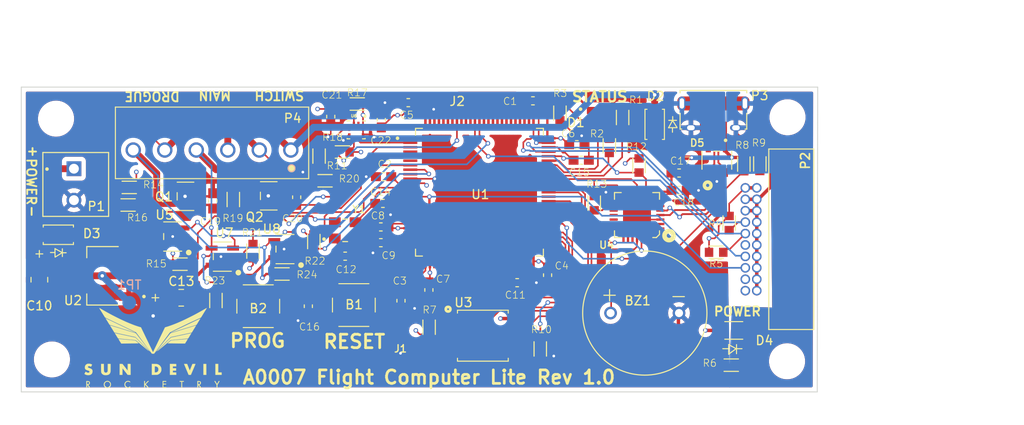
<source format=kicad_pcb>
(kicad_pcb (version 20211014) (generator pcbnew)
  (layers (0 "F.Cu" signal) (1 "In1.Cu" signal) (2 "In2.Cu" signal) (31 "B.Cu" signal) (34 "B.Paste" user) (35 "F.Paste" user) (36 "B.SilkS" user "B.Silkscreen") (37 "F.SilkS" user "F.Silkscreen") (38 "B.Mask" user) (39 "F.Mask" user) (44 "Edge.Cuts" user))
  (net 0 "")
  (net 1 "Net-(B1-Pad1)")
  (net 3 "NRST")
  (net 5 "Earth")
  (net 7 "PROG")
  (net 9 "BEEP")
  (net 10 "3.3V")
  (net 11 "VIN")
  (net 12 "CAP1")
  (net 13 "OSC_IN")
  (net 14 "OSC_OUT")
  (net 15 "CAP2")
  (net 16 "5V")
  (net 17 "DROGUE")
  (net 18 "MAIN")
  (net 19 "Net-(D1-Pad2)")
  (net 20 "Net-(D1-Pad3)")
  (net 21 "Net-(D1-Pad4)")
  (net 22 "/PIN_SCREW")
  (net 23 "Net-(D4-Pad1)")
  (net 24 "/Peripherals/D+")
  (net 25 "/Peripherals/D-")
  (net 27 "BOOT")
  (net 28 "SWDIO")
  (net 29 "SWCLK")
  (net 31 "SWO")
  (net 35 "VIN_SW")
  (net 36 "Net-(P4-Pad4)")
  (net 37 "Net-(P4-Pad6)")
  (net 42 "STATUS_B")
  (net 43 "STATUS_G")
  (net 44 "STATUS_R")
  (net 45 "~{FLASH_SS}")
  (net 46 "USB_DETECT")
  (net 47 "FLASH_SCK")
  (net 48 "~{USB_RST}")
  (net 49 "~{USB_SUSPEND}")
  (net 50 "VCOMP")
  (net 51 "~{SWITCH}")
  (net 52 "BP_SCL")
  (net 53 "BP_SDA")
  (net 54 "~{MAIN_CONT}")
  (net 55 "~{DROGUE_CONT}")
  (net 57 "BP_INT")
  (net 88 "FLASH_MISO")
  (net 89 "FLASH_MOSI")
  (net 93 "~{FLASH_WP}")
  (net 94 "~{FLASH_HOLD}")
  (net 96 "RX_USB")
  (net 97 "TX_USB")
  (footprint "Flight-Computer:SML-LX1206GC-TR" (layer "F.Cu") (at 229.9462 103.5558 180)
    (fp_text reference "D4")
    (fp_text value "SML-LX1206GC-TR" hide)
  )
  (footprint "Flight-Computer-Lite:PTS647SM38SMTR2LFS" (layer "F.Cu") (at 187.7568 100.7364 180)
    (fp_text reference "B1")
    (fp_text value "PTS647SM38SMTR2LFS" hide)
  )
  (footprint "Flight-Computer-Lite:QS5U17TR" (layer "F.Cu") (at 169.0624 88.646 180)
    (fp_text reference "Q1")
    (fp_text value "QS5U17TR" hide)
  )
  (footprint "Flight-Computer-Lite:Logo" (layer "F.Cu") (at 165.443957 105.248605)
    (fp_text reference "LOGO1" hide)
    (fp_text value "Logo" hide)
  )
  (footprint "Flight-Computer-Lite:CAP_0603" (layer "F.Cu") (at 191.0588 86.4616 180)
    (fp_text reference "C2")
    (fp_text value "0.1uF")
  )
  (footprint "Flight-Computer-Lite:RES_0603" (layer "F.Cu") (at 231.0638 85.0646 90)
    (fp_text reference "R8")
    (fp_text value "10k")
  )
  (footprint "Flight-Computer-Lite:RES_0603" (layer "F.Cu") (at 162.687 89.6112)
    (fp_text reference "R16")
    (fp_text value "10k")
  )
  (footprint "Flight-Computer-Lite:CLMVC-FKA-CL1D1L71BB7C3C3" (layer "F.Cu") (at 214.884 79.6544)
    (fp_text reference "D1")
    (fp_text value "CLMVC-FKA-CL1D1L71BB7C3C3")
  )
  (footprint "Flight-Computer-Lite:Jumper-NO" (layer "F.Cu") (at 192.9384 103.6828 90)
    (fp_text reference "J1")
    (fp_text value "Jumper_NO" hide)
  )
  (footprint "Flight-Computer-Lite:SM5819PL-TP" (layer "F.Cu") (at 221.16443 80.645 -90)
    (fp_text reference "D2")
    (fp_text value "SM5819PL-TP" hide)
  )
  (footprint "Flight-Computer-Lite:T491A106K010AT" (layer "F.Cu") (at 168.5854 99.9236)
    (fp_text reference "C13")
    (fp_text value "10uF" hide)
  )
  (footprint "Flight-Computer-Lite:CAP_0603" (layer "F.Cu") (at 190.754 92.0496 180)
    (fp_text reference "C8")
    (fp_text value "0.1uF")
  )
  (footprint "Flight-Computer-Lite:ECS-240-18-33-JGN-TR" (layer "F.Cu") (at 186.7916 92.4306)
    (fp_text reference "Y1")
    (fp_text value "ECS-240-18-33-JGN-TR")
  )
  (footprint "Flight-Computer-Lite:CAP_0603" (layer "F.Cu") (at 190.9826 89.4334)
    (fp_text reference "C14")
    (fp_text value "8pF")
  )
  (footprint "Flight-Computer-Lite:MountingHole_3mm" (layer "F.Cu") (at 235.8644 106.9848)
    (fp_text reference "H1" hide)
    (fp_text value "Mounting-Hole" hide)
  )
  (footprint "Flight-Computer-Lite:3220-20-0200-00" (layer "F.Cu") (at 232.50055 93.4212 -90)
    (fp_text reference "P2")
    (fp_text value "3220-20-0200-00")
  )
  (footprint "Flight-Computer-Lite:CAP_0603" (layer "F.Cu") (at 190.754 93.8022 180)
    (fp_text reference "C9")
    (fp_text value "1uF")
  )
  (footprint "Flight-Computer-Lite:CAP_0603" (layer "F.Cu") (at 192.9892 100.2538 -90)
    (fp_text reference "C3")
    (fp_text value "0.1uF")
  )
  (footprint "Flight-Computer-Lite:MountingHole_3mm" (layer "F.Cu") (at 154.2288 106.7816)
    (fp_text reference "H4" hide)
    (fp_text value "Mounting-Hole")
  )
  (footprint "Flight-Computer-Lite:CAP_0603" (layer "F.Cu") (at 223.8756 87.9856)
    (fp_text reference "C18")
    (fp_text value "0.1uF")
  )
  (footprint "Flight-Computer-Lite:CAP_0603" (layer "F.Cu") (at 212.5218 82.9056)
    (fp_text reference "C6")
    (fp_text value "0.1uF")
  )
  (footprint "Flight-Computer-Lite:SM5819PL-TP" (layer "F.Cu") (at 154.94 92.91983 180)
    (fp_text reference "D3")
    (fp_text value "SM5819PL-TP" hide)
  )
  (footprint "Flight-Computer-Lite:Jumper-NO" (layer "F.Cu") (at 197.0532 78.0288)
    (fp_text reference "J2")
    (fp_text value "Jumper_NO" hide)
  )
  (footprint "Flight-Computer-Lite:RES_0603" (layer "F.Cu") (at 216.1286 83.0326 90)
    (fp_text reference "R2")
    (fp_text value "82")
  )
  (footprint "Flight-Computer-Lite:RES_0603" (layer "F.Cu") (at 229.4382 91.6178 90)
    (fp_text reference "R4")
    (fp_text value "100k")
  )
  (footprint "Flight-Computer-Lite:RES_0603" (layer "F.Cu") (at 232.8418 85.0392 -90)
    (fp_text reference "R9")
    (fp_text value "20k")
  )
  (footprint "Flight-Computer-Lite:RES_0603" (layer "F.Cu") (at 188.1378 78.3844)
    (fp_text reference "R17")
    (fp_text value "4.7k")
  )
  (footprint "Flight-Computer-Lite:SST25VF040B-50-4I-S2AE-T" (layer "F.Cu") (at 202.0824 104.14)
    (fp_text reference "U3")
    (fp_text value "SST25VF040B-50-4I-S2AE-T" hide)
  )
  (footprint "Flight-Computer-Lite:RES_0603" (layer "F.Cu") (at 172.4406 100.2284 90)
    (fp_text reference "R23")
    (fp_text value "10k")
  )
  (footprint "Flight-Computer-Lite:RES_0603" (layer "F.Cu") (at 174.371 89.0016 -90)
    (fp_text reference "R19")
    (fp_text value "100k")
  )
  (footprint "Flight-Computer-Lite:10118194-0001LF" (layer "F.Cu") (at 227.6856 78.3215 180)
    (fp_text reference "P3")
    (fp_text value "USB")
  )
  (footprint "Flight-Computer-Lite:RES_0603" (layer "F.Cu") (at 210.6422 79.4004 90)
    (fp_text reference "R3")
    (fp_text value "280")
  )
  (footprint "Flight-Computer-Lite:CAP_0603" (layer "F.Cu") (at 223.8756 86.0552)
    (fp_text reference "C17")
    (fp_text value "1uF")
  )
  (footprint "Flight-Computer-Lite:CAP_0603" (layer "F.Cu") (at 172.085 89.154 90)
    (fp_text reference "C19")
    (fp_text value "1uF")
  )
  (footprint "Flight-Computer-Lite:1546551-2" (layer "F.Cu") (at 156.6704 87.3252 -90)
    (fp_text reference "P1")
    (fp_text value "1546551-2")
  )
  (footprint "Flight-Computer-Lite:RES_0603" (layer "F.Cu") (at 208.4578 105.6132 90)
    (fp_text reference "R10")
    (fp_text value "10k")
  )
  (footprint "Flight-Computer-Lite:CP2012-GMR" (layer "F.Cu") (at 219.2 90.7288 180)
    (fp_text reference "U4")
    (fp_text value "CP2102-GMR(QFN28)")
  )
  (footprint "Flight-Computer-Lite:RES_0603" (layer "F.Cu") (at 219.4306 85.217 -90)
    (fp_text reference "R12")
    (fp_text value "4.7k")
  )
  (footprint "Flight-Computer-Lite:SP0504BAHTG" (layer "F.Cu") (at 228.0666 84.6328 90)
    (fp_text reference "D5")
    (fp_text value "SP0504BAHTG" hide)
  )
  (footprint "Flight-Computer-Lite:CAP_0603" (layer "F.Cu") (at 190.8048 80.137 90)
    (fp_text reference "C22")
    (fp_text value "0.1uF")
  )
  (footprint "Flight-Computer-Lite:STM32H750VBT6" (layer "F.Cu") (at 201.7045 88.1888)
    (fp_text reference "U1")
    (fp_text value "STM32H750VBTx")
  )
  (footprint "Flight-Computer-Lite:CAP_0603" (layer "F.Cu") (at 205.8924 98.2472)
    (fp_text reference "C11")
    (fp_text value "2.2uF")
  )
  (footprint "Flight-Computer-Lite:CAP_0603" (layer "F.Cu") (at 213.0044 84.6328)
    (fp_text reference "C15")
    (fp_text value "2.2uF")
  )
  (footprint "Flight-Computer-Lite:RES_0603" (layer "F.Cu") (at 229.6668 107.4166)
    (fp_text reference "R6")
    (fp_text value "240")
  )
  (footprint "Flight-Computer-Lite:RES_0603" (layer "F.Cu") (at 162.814 87.6554)
    (fp_text reference "R14")
    (fp_text value "1k")
  )
  (footprint "Flight-Computer-Lite:CAP_0603" (layer "F.Cu") (at 209.2706 97.409 -90)
    (fp_text reference "C4")
    (fp_text value "0.1uF")
  )
  (footprint "Flight-Computer-Lite:RES_0603" (layer "F.Cu") (at 196.1134 103.2002 -90)
    (fp_text reference "R7")
    (fp_text value "10k")
  )
  (footprint "Flight-Computer-Lite:T491A106K010AT" (layer "F.Cu") (at 152.8318 97.917 -90)
    (fp_text reference "C10")
    (fp_text value "10uF" hide)
  )
  (footprint "Flight-Computer-Lite:RES_0603" (layer "F.Cu") (at 186.4868 83.7184)
    (fp_text reference "R18")
    (fp_text value "4.7k")
  )
  (footprint "Flight-Computer-Lite:CAP_0603" (layer "F.Cu") (at 186.7916 95.3008)
    (fp_text reference "C12")
    (fp_text value "8pF")
  )
  (footprint "Flight-Computer-Lite:QS5U17TR" (layer "F.Cu") (at 178.308 88.5952 180)
    (fp_text reference "Q2")
    (fp_text value "QS5U17TR" hide)
  )
  (footprint "Flight-Computer-Lite:PTS647SM38SMTR2LFS" (layer "F.Cu") (at 177.1396 100.8634 180)
    (fp_text reference "B2")
    (fp_text value "PTS647SM38SMTR2LFS" hide)
  )
  (footprint "Flight-Computer-Lite:CAP_0603" (layer "F.Cu") (at 196.088 99.06 -90)
    (fp_text reference "C7")
    (fp_text value "0.1uF")
  )
  (footprint "Flight-Computer:TS391IYLT" (layer "F.Cu") (at 167.64 93.1164 180)
    (fp_text reference "U5")
    (fp_text value "TS391IYLT" hide)
  )
  (footprint "Flight-Computer-Lite:LMS8117AMP-3.3NOPB" (layer "F.Cu") (at 159.8466 97.4852 180)
    (fp_text reference "U2")
    (fp_text value "LMS8117AMP-3.3_NOPB")
  )
  (footprint "Flight-Computer-Lite:RES_0603" (layer "F.Cu") (at 168.4528 96.1898 180)
    (fp_text reference "R15")
    (fp_text value "10k")
  )
  (footprint "Flight-Computer-Lite:1984659" (layer "F.Cu") (at 180.758803 83.500501 180)
    (fp_text reference "P4")
    (fp_text value "1984659" hide)
  )
  (footprint "Flight-Computer-Lite:RES_0603" (layer "F.Cu") (at 184.5564 86.9188 180)
    (fp_text reference "R20")
    (fp_text value "100k")
  )
  (footprint "Flight-Computer:TS391IYLT" (layer "F.Cu") (at 180.1114 94.5134 180)
    (fp_text reference "U8")
    (fp_text value "TS391IYLT" hide)
  )
  (footprint "Flight-Computer-Lite:RES_0603" (layer "F.Cu") (at 183.896 84.1756 90)
    (fp_text reference "R11")
    (fp_text value "10k")
  )
  (footprint "Flight-Computer-Lite:RES_0603" (layer "F.Cu") (at 214.4522 89.408 90)
    (fp_text reference "R13")
    (fp_text value "10k")
  )
  (footprint "Flight-Computer:TS391IYLT" (layer "F.Cu") (at 173.1518 95.3516 180)
    (fp_text reference "U7")
    (fp_text value "TS391IYLT" hide)
  )
  (footprint "Flight-Computer-Lite:RES_0603" (layer "F.Cu") (at 227.9904 94.869 180)
    (fp_text reference "R5")
    (fp_text value "100k")
  )
  (footprint "Flight-Computer-Lite:CAP_0603" (layer "F.Cu") (at 181.4068 88.7476 90)
    (fp_text reference "C20")
    (fp_text value "1uF")
  )
  (footprint "Flight-Computer-Lite:RES_0603" (layer "F.Cu") (at 176.5554 94.742 -90)
    (fp_text reference "R21")
    (fp_text value "10k")
  )
  (footprint "Flight-Computer-Lite:BMP390" (layer "F.Cu") (at 188.0616 81.28)
    (fp_text reference "U6")
    (fp_text value "BMP390")
  )
  (footprint "Flight-Computer-Lite:RES_0603" (layer "F.Cu") (at 217.6018 79.883 90)
    (fp_text reference "R1")
    (fp_text value "68")
  )
  (footprint "Flight-Computer-Lite:RES_0603" (layer "F.Cu") (at 179.7812 97.282 180)
    (fp_text reference "R24")
    (fp_text value "10k")
  )
  (footprint "Flight-Computer-Lite:CAP_0603" (layer "F.Cu") (at 185.1914 79.7814 -90)
    (fp_text reference "C21")
    (fp_text value "0.1uF")
  )
  (footprint "Flight-Computer-Lite:CAP_0603" (layer "F.Cu") (at 207.645 78.0288 180)
    (fp_text reference "C1")
    (fp_text value "4.7uF")
  )
  (footprint "Flight-Computer-Lite:MountingHole_3mm" (layer "F.Cu") (at 235.9152 79.8576)
    (fp_text reference "H2" hide)
    (fp_text value "Mounting-Hole" hide)
  )
  (footprint "Flight-Computer-Lite:CAP_0603" (layer "F.Cu") (at 193.802 78.232 180)
    (fp_text reference "C5")
    (fp_text value "0.1uF")
  )
  (footprint "Flight-Computer-Lite:CAP_0603" (layer "F.Cu") (at 182.7022 100.8634 -90)
    (fp_text reference "C16")
    (fp_text value "0.1uF")
  )
  (footprint "Flight-Computer-Lite:AT-1438-TWT-R" (layer "F.Cu") (at 220.0656 101.6254)
    (fp_text reference "BZ1")
    (fp_text value "AT-1438-TWT-R")
  )
  (footprint "Flight-Computer-Lite:MountingHole_3mm" (layer "F.Cu") (at 154.686 80.01)
    (fp_text reference "H3" hide)
    (fp_text value "Mounting-Hole" hide)
  )
  (footprint "Flight-Computer-Lite:RES_0603" (layer "F.Cu") (at 183.3118 93.6752 90)
    (fp_text reference "R22")
    (fp_text value "10k")
  )
  (footprint "Flight-Computer-Lite:TP" (layer "B.Cu") (at 162.814 100.4824 180)
    (fp_text reference "TP1")
    (fp_text value "TP")
  )
  (gr_line (start 239.2172 110.3884) (end 150.8252 110.3884) (layer "Edge.Cuts") (width 0.1))
  (gr_line (start 150.8252 76.5048) (end 239.268 76.5048) (layer "Edge.Cuts") (width 0.1))
  (gr_line (start 150.8252 110.3884) (end 150.8252 76.5048) (layer "Edge.Cuts") (width 0.1))
  (gr_line (start 239.268 76.5048) (end 239.2172 110.3884) (layer "Edge.Cuts") (width 0.1))
  (gr_text "PROG" (at 177.0634 104.6988) (layer "F.SilkS") (effects (font (size 1.5 1.5) (thickness 0.3))))
  (gr_text "A0007 Flight Computer Lite Rev 1.0" (at 175.26 108.7628) (layer "F.SilkS") (effects (font (size 1.5 1.5) (thickness 0.3)) (justify left)))
  (gr_text "DROGUE" (at 165.354 77.5208 180) (layer "F.SilkS") (effects (font (size 1.016 1.016) (thickness 0.2032))))
  (gr_text "POWER" (at 230.3526 101.4476) (layer "F.SilkS") (effects (font (size 1.016 1.016) (thickness 0.2032))))
  (gr_text "STATUS" (at 215.0618 77.5716) (layer "F.SilkS") (effects (font (size 1.143 1.143) (thickness 0.254))))
  (gr_text "RESET" (at 187.8076 104.8004) (layer "F.SilkS") (effects (font (size 1.5 1.5) (thickness 0.3))))
  (gr_text "MAIN" (at 172.3136 77.4192 180) (layer "F.SilkS") (effects (font (size 1.016 1.016) (thickness 0.2032))))
  (gr_text "SWITCH" (at 179.4764 77.4192 180) (layer "F.SilkS") (effects (font (size 1.016 1.016) (thickness 0.2032))))
  (gr_text "+" (at 152.146 83.6676 270) (layer "F.SilkS") (effects (font (size 1.016 1.016) (thickness 0.2032))))
  (gr_text "-" (at 152.0444 90.3224 270) (layer "F.SilkS") (effects (font (size 1.016 1.016) (thickness 0.2032))))
  (gr_text "POWER" (at 151.9428 87.0204 270) (layer "F.SilkS") (effects (font (size 1.016 1.016) (thickness 0.2032))))
  (segment (start 190.4568 102.336399) (end 192.176199 102.336399) (width 0.254) (layer "F.Cu") (net 1))
  (segment (start 192.176199 102.336399) (end 192.8876 103.0478) (width 0.254) (layer "F.Cu") (net 1))
  (segment (start 192.9892 99.4038) (end 192.9892 97.0101) (width 0.254) (layer "F.Cu") (net 3))
  (segment (start 196.1468 93.8525) (end 196.1468 88.6888) (width 0.254) (layer "F.Cu") (net 3))
  (segment (start 194.0245 88.6888) (end 196.1468 88.6888) (width 0.1778) (layer "F.Cu") (net 3))
  (segment (start 192.9892 97.0101) (end 196.1468 93.8525) (width 0.254) (layer "F.Cu") (net 3))
  (segment (start 190.4568 99.136401) (end 193.014801 99.136401) (width 0.254) (layer "F.Cu") (net 3))
  (via (at 196.1468 88.6888) (size 0.499999) (drill 0.299974) (layers "F.Cu" "B.Cu") (net 3))
  (segment (start 213.1996 88.6888) (end 215.3158 90.805) (width 0.1778) (layer "B.Cu") (net 3))
  (segment (start 215.3158 90.805) (end 221.5388 90.805) (width 0.1778) (layer "B.Cu") (net 3))
  (segment (start 196.1468 88.6888) (end 213.1996 88.6888) (width 0.1778) (layer "B.Cu") (net 3))
  (segment (start 221.5388 90.805) (end 226.695 95.9612) (width 0.1778) (layer "B.Cu") (net 3))
  (segment (start 227.33 96.5962) (end 226.695 95.9612) (width 0.1778) (layer "B.Cu") (net 3))
  (segment (start 231.23055 96.5962) (end 227.33 96.5962) (width 0.1778) (layer "B.Cu") (net 3))
  (segment (start 187.2488 80.7546) (end 185.3518 80.7546) (width 0.1778) (layer "F.Cu") (net 5))
  (segment (start 190.2088 86.4616) (end 189.1284 86.4616) (width 0.1778) (layer "F.Cu") (net 5))
  (segment (start 194.0314 86.6957) (end 196.7429 86.6957) (width 0.1778) (layer "F.Cu") (net 5))
  (segment (start 207.2045 96.8415) (end 208.026 97.663) (width 0.1778) (layer "F.Cu") (net 5))
  (segment (start 194.0245 91.1888) (end 191.849 91.1888) (width 0.1778) (layer "F.Cu") (net 5))
  (segment (start 226.3856 78.71) (end 226.3648 78.6892) (width 0.381) (layer "F.Cu") (net 5))
  (segment (start 228.0666 85.998748) (end 228.0666 86.995) (width 0.1778) (layer "F.Cu") (net 5))
  (segment (start 234.0356 87.6046) (end 234.0356 85.3948) (width 0.381) (layer "F.Cu") (net 5))
  (segment (start 194.857 101.1038) (end 195.707 100.2538) (width 0.254) (layer "F.Cu") (net 5))
  (segment (start 192.952 78.232) (end 191.2112 78.232) (width 0.1778) (layer "F.Cu") (net 5))
  (segment (start 184.8866 85.0646) (end 184.0484 85.0646) (width 0.1778) (layer "F.Cu") (net 5))
  (segment (start 181.3052 94.5134) (end 180.0098 94.5134) (width 0.508) (layer "F.Cu") (net 5))
  (segment (start 181.965801 102.463399) (end 182.4482 101.981) (width 0.254) (layer "F.Cu") (net 5))
  (segment (start 208.0142 82.2062) (end 208.28 81.9404) (width 0.1778) (layer "F.Cu") (net 5))
  (segment (start 192.9892 101.1038) (end 194.5014 101.1038) (width 0.254) (layer "F.Cu") (net 5))
  (segment (start 192.9384 104.2416) (end 193.7766 103.4034) (width 0.254) (layer "F.Cu") (net 5))
  (segment (start 162.7466 99.7852) (end 160.895 99.7852) (width 0.762) (layer "F.Cu") (net 5))
  (segment (start 196.2045 79.3855) (end 196.6214 78.9686) (width 0.1778) (layer "F.Cu") (net 5))
  (segment (start 226.2124 107.4166) (end 223.7994 105.0036) (width 0.381) (layer "F.Cu") (net 5))
  (segment (start 231.23055 88.9762) (end 232.4354 88.9762) (width 0.381) (layer "F.Cu") (net 5))
  (segment (start 183.896 84.9656) (end 183.0806 84.9656) (width 0.1778) (layer "F.Cu") (net 5))
  (segment (start 219.2 90.7288) (end 219.1004 90.7288) (width 0.1778) (layer "F.Cu") (net 5))
  (segment (start 226.6856 78.3215) (end 228.1549 78.3215) (width 0.381) (layer "F.Cu") (net 5))
  (segment (start 215.7476 89.789) (end 215.7476 88.1888) (width 0.1778) (layer "F.Cu") (net 5))
  (segment (start 191.849 91.1888) (end 190.1416 91.1888) (width 0.1778) (layer "F.Cu") (net 5))
  (segment (start 191.8326 91.1724) (end 191.849 91.1888) (width 0.1778) (layer "F.Cu") (net 5))
  (segment (start 170.7668 101.0184) (end 170.5102 100.7618) (width 0.254) (layer "F.Cu") (net 5))
  (segment (start 195.7045 96.9035) (end 194.5014 98.1066) (width 0.1778) (layer "F.Cu") (net 5))
  (segment (start 179.8396 102.463399) (end 181.559401 102.463399) (width 0.254) (layer "F.Cu") (net 5))
  (segment (start 188.7738 81.7546) (end 189.6792 81.7546) (width 0.1778) (layer "F.Cu") (net 5))
  (segment (start 234.0356 85.3948) (end 233.1212 84.4804) (width 0.381) (layer "F.Cu") (net 5))
  (segment (start 208.0142 82.6888) (end 208.0142 82.2062) (width 0.1778) (layer "F.Cu") (net 5))
  (segment (start 183.0806 84.9656) (end 182.0926 85.9536) (width 0.1778) (layer "F.Cu") (net 5))
  (segment (start 181.4068 87.8976) (end 181.4068 86.6394) (width 0.1778) (layer "F.Cu") (net 5))
  (segment (start 179.58435 88.5952) (end 178.2572 88.5952) (width 0.762) (layer "F.Cu") (net 5))
  (segment (start 174.3456 95.3516) (end 172.9994 95.3516) (width 0.254) (layer "F.Cu") (net 5))
  (segment (start 192.9384 104.2416) (end 192.9384 106.0958) (width 0.254) (layer "F.Cu") (net 5))
  (segment (start 194.0245 86.6888) (end 194.0314 86.6957) (width 0.1778) (layer "F.Cu") (net 5))
  (segment (start 232.8418 84.2492) (end 232.7884 84.2492) (width 0.381) (layer "F.Cu") (net 5))
  (segment (start 170.33875 88.646) (end 171.7548 88.646) (width 0.254) (layer "F.Cu") (net 5))
  (segment (start 232.7884 84.2492) (end 230.2002 81.661) (width 0.381) (layer "F.Cu") (net 5))
  (segment (start 213.8544 84.6328) (end 213.8544 83.2984) (width 0.1778) (layer "F.Cu") (net 5))
  (segment (start 215.3386 90.198) (end 215.7476 89.789) (width 0.1778) (layer "F.Cu") (net 5))
  (segment (start 172.9994 95.3516) (end 173.0248 95.3516) (width 0.254) (layer "F.Cu") (net 5))
  (segment (start 163.477 89.6112) (end 164.239 90.3732) (width 0.1778) (layer "F.Cu") (net 5))
  (segment (start 208.4578 106.4032) (end 209.959 106.4032) (width 0.1778) (layer "F.Cu") (net 5))
  (segment (start 192.9892 106.045) (end 192.9384 106.0958) (width 0.381) (layer "F.Cu") (net 5))
  (segment (start 188.7738 81.279) (end 188.7982 81.2546) (width 0.1778) (layer "F.Cu") (net 5))
  (segment (start 224.7256 87.9856) (end 224.7256 85.9926) (width 0.254) (layer "F.Cu") (net 5))
  (segment (start 208.026 98.2472) (end 209.2706 98.2472) (width 0.1778) (layer "F.Cu") (net 5))
  (segment (start 172.4406 101.0184) (end 170.7668 101.0184) (width 0.254) (layer "F.Cu") (net 5))
  (segment (start 194.5014 98.1066) (end 194.5014 101.1038) (width 0.1778) (layer "F.Cu") (net 5))
  (segment (start 159.8676 100.8126) (end 154.5336 100.8126) (width 0.762) (layer "F.Cu") (net 5))
  (segment (start 213.3718 82.9056) (end 213.3718 82.2316) (width 0.1778) (layer "F.Cu") (net 5))
  (segment (start 190.1416 91.1888) (end 189.9158 91.4146) (width 0.1778) (layer "F.Cu") (net 5))
  (segment (start 185.3518 80.7546) (end 185.3438 80.7466) (width 0.1778) (layer "F.Cu") (net 5))
  (segment (start 216.5604 88.1888) (end 215.7476 88.1888) (width 0.1778) (layer "F.Cu") (net 5))
  (segment (start 198.4375 106.045) (end 192.9892 106.045) (width 0.381) (layer "F.Cu") (net 5))
  (segment (start 194.5014 101.1038) (end 194.857 101.1038) (width 0.254) (layer "F.Cu") (net 5))
  (segment (start 181.4068 86.6394) (end 182.0926 85.9536) (width 0.1778) (layer "F.Cu") (net 5))
  (segment (start 168.148 102.0064) (end 169.6212 100.5332) (width 0.762) (layer "F.Cu") (net 5))
  (segment (start 196.2045 80.5088) (end 196.2045 79.3855) (width 0.1778) (layer "F.Cu") (net 5))
  (segment (start 221.79 91.2288) (end 219.972 91.2288) (width 0.1778) (layer "F.Cu") (net 5))
  (segment (start 224.7256 85.9926) (end 224.7392 85.979) (width 0.254) (layer "F.Cu") (net 5))
  (segment (start 184.8866 82.042) (end 184.912 82.0166) (width 0.1778) (layer "F.Cu") (net 5))
  (segment (start 188.7738 81.7546) (end 188.7738 81.279) (width 0.1778) (layer "F.Cu") (net 5))
  (segment (start 185.1914 81.7372) (end 184.8866 82.042) (width 0.1778) (layer "F.Cu") (net 5))
  (segment (start 232.50055 88.9762) (end 232.50055 99.22675) (width 0.381) (layer "F.Cu") (net 5))
  (segment (start 189.6792 81.7546) (end 189.992 82.0674) (width 0.1778) (layer "F.Cu") (net 5))
  (segment (start 226.3856 81.0215) (end 225.0485 81.0215) (width 0.381) (layer "F.Cu") (net 5))
  (segment (start 187.2488 81.7546) (end 187.2488 81.7626) (width 0.1778) (layer "F.Cu") (net 5))
  (segment (start 230.2002 81.661) (end 230.2002 81.1276) (width 0.381) (layer "F.Cu") (net 5))
  (segment (start 208.28 79.502) (end 207.1878 78.4098) (width 0.1778) (layer "F.Cu") (net 5))
  (segment (start 191.2112 78.232) (end 190.9826 78.4606) (width 0.1778) (layer "F.Cu") (net 5))
  (segment (start 164.239 90.3732) (end 168.3766 90.3732) (width 0.1778) (layer "F.Cu") (net 5))
  (segment (start 189.8777 94.9325) (end 189.8904 94.9198) (width 0.1778) (layer "F.Cu") (net 5))
  (segment (start 152.8318 99.2378) (end 153.2382 99.2378) (width 0.762) (layer "F.Cu") (net 5))
  (segment (start 169.0116 89.7382) (end 169.0116 88.646) (width 0.1778) (layer "F.Cu") (net 5))
  (segment (start 189.904 93.8022) (end 189.904 92.036) (width 0.1778) (layer "F.Cu") (net 5))
  (segment (start 232.50055 88.9762) (end 232.664 88.9762) (width 0.381) (layer "F.Cu") (net 5))
  (segment (start 207.2045 95.8688) (end 207.2045 96.8415) (width 0.1778) (layer "F.Cu") (net 5))
  (segment (start 185.3464 85.5244) (end 184.8866 85.0646) (width 0.1778) (layer "F.Cu") (net 5))
  (segment (start 163.3106 99.7852) (end 165.4683 101.9429) (width 0.762) (layer "F.Cu") (net 5))
  (segment (start 208.026 97.663) (end 208.026 98.2472) (width 0.1778) (layer "F.Cu") (net 5))
  (segment (start 226.3856 81.0215) (end 226.3856 78.71) (width 0.381) (layer "F.Cu") (net 5))
  (segment (start 172.085 88.304) (end 174.4862 88.304) (width 0.1778) (layer "F.Cu") (net 5))
  (segment (start 185.1914 80.6314) (end 185.1914 81.7372) (width 0.1778) (layer "F.Cu") (net 5))
  (segment (start 195.7045 95.8688) (end 195.7045 96.9035) (width 0.1778) (layer "F.Cu") (net 5))
  (segment (start 154.5336 100.8126) (end 153.4414 99.7204) (width 0.762) (layer "F.Cu") (net 5))
  (segment (start 208.28 81.9404) (end 208.28 79.502) (width 0.1778) (layer "F.Cu") (net 5))
  (segment (start 191.8326 89.4334) (end 191.8326 90.6916) (width 0.1778) (layer "F.Cu") (net 5))
  (segment (start 162.7466 99.7852) (end 163.3106 99.7852) (width 0.762) (layer "F.Cu") (net 5))
  (segment (start 190.9826 78.4606) (end 190.9826 79.2988) (width 0.1778) (layer "F.Cu") (net 5))
  (segment (start 213.3718 82.2316) (end 213.0552 81.915) (width 0.1778) (layer "F.Cu") (net 5))
  (segment (start 231.23055 90.2462) (end 232.3338 90.2462) (width 0.381) (layer "F.Cu") (net 5))
  (segment (start 191.8326 90.6916) (end 191.8326 91.1724) (width 0.1778) (layer "F.Cu") (net 5))
  (segment (start 228.1549 78.3215) (end 228.346 78.1304) (width 0.381) (layer "F.Cu") (net 5))
  (segment (start 228.8768 107.4166) (end 226.2124 107.4166) (width 0.381) (layer "F.Cu") (net 5))
  (segment (start 168.8338 93.1164) (end 167.64 93.1164) (width 0.508) (layer "F.Cu") (net 5))
  (segment (start 189.904 92.036) (end 189.9158 92.0242) (width 0.1778) (layer "F.Cu") (net 5))
  (segment (start 169.0116 88.646) (end 170.1038 88.646) (width 0.762) (layer "F.Cu") (net 5))
  (segment (start 165.4683 101.9429) (end 165.5318 102.0064) (width 0.762) (layer "F.Cu") (net 5))
  (segment (start 219.1004 90.7288) (end 216.5604 88.1888) (width 0.1778) (layer "F.Cu") (net 5))
  (segment (start 181.559401 102.463399) (end 181.965801 102.463399) (width 0.254) (layer "F.Cu") (net 5))
  (segment (start 224.7256 87.9856) (end 226.0346 87.9856) (width 0.254) (layer "F.Cu") (net 5))
  (segment (start 185.3464 86.9188) (end 185.3464 85.5244) (width 0.1778) (layer "F.Cu") (net 5))
  (segment (start 214.4522 90.198) (end 215.3386 90.198) (width 0.1778) (layer "F.Cu") (net 5))
  (segment (start 209.3845 82.6888) (end 208.0142 82.6888) (width 0.1778) (layer "F.Cu") (net 5))
  (segment (start 187.2488 81.7626) (end 186.5884 82.423) (width 0.1778) (layer "F.Cu") (net 5))
  (segment (start 193.7766 103.4034) (end 193.7766 101.981) (width 0.254) (layer "F.Cu") (net 5))
  (segment (start 189.5094 95.3008) (end 189.8777 94.9325) (width 0.1778) (layer "F.Cu") (net 5))
  (segment (start 189.8904 94.9198) (end 189.8904 93.8784) (width 0.1778) (layer "F.Cu") (net 5))
  (segment (start 232.664 88.9762) (end 234.0356 87.6046) (width 0.381) (layer "F.Cu") (net 5))
  (segment (start 187.6416 95.3008) (end 189.5094 95.3008) (width 0.1778) (layer "F.Cu") (net 5))
  (segment (start 160.895 99.7852) (end 159.8676 100.8126) (width 0.762) (layer "F.Cu") (net 5))
  (segment (start 193.7766 101.981) (end 193.3194 101.5238) (width 0.254) (layer "F.Cu") (net 5))
  (segment (start 223.7994 105.0036) (end 223.7994 101.5238) (width 0.381) (layer "F.Cu") (net 5))
  (segment (start 168.3766 90.3732) (end 169.0116 89.7382) (width 0.1778) (layer "F.Cu") (net 5))
  (segment (start 180.5712 97.282) (end 180.5686 97.282) (width 0.254) (layer "F.Cu") (net 5))
  (segment (start 213.8544 83.2984) (end 213.7156 83.1596) (width 0.1778) (layer "F.Cu") (net 5))
  (segment (start 180.5686 97.282) (end 180.0098 96.7232) (width 0.254) (layer "F.Cu") (net 5))
  (segment (start 165.5318 102.0064) (end 168.148 102.0064) (width 0.762) (layer "F.Cu") (net 5))
  (segment (start 206.7424 98.2472) (end 208.026 98.2472) (width 0.1778) (layer "F.Cu") (net 5))
  (segment (start 180.0098 96.7232) (end 180.0098 94.5134) (width 0.254) (layer "F.Cu") (net 5))
  (segment (start 189.9158 91.4146) (end 189.9158 91.9226) (width 0.1778) (layer "F.Cu") (net 5))
  (via (at 172.9994 95.3516) (size 0.499999) (drill 0.299974) (layers "F.Cu" "B.Cu") (net 5))
  (via (at 209.959 106.4032) (size 0.499999) (drill 0.299974) (layers "F.Cu" "B.Cu") (net 5))
  (via (at 181.559401 102.463399) (size 0.499999) (drill 0.299974) (layers "F.Cu" "B.Cu") (net 5))
  (via (at 208.026 98.2472) (size 0.499999) (drill 0.299974) (layers "F.Cu" "B.Cu") (net 5))
  (via (at 186.5884 82.423) (size 0.499999) (drill 0.299974) (layers "F.Cu" "B.Cu") (net 5))
  (via (at 180.0098 94.5134) (size 0.499999) (drill 0.299974) (layers "F.Cu" "B.Cu") (net 5))
  (via (at 228.0666 86.995) (size 0.499999) (drill 0.299974) (layers "F.Cu" "B.Cu") (net 5))
  (via (at 192.9384 106.0958) (size 0.499999) (drill 0.299974) (layers "F.Cu" "B.Cu") (net 5))
  (via (at 178.2572 88.5952) (size 1.016) (drill 0.381) (layers "F.Cu" "B.Cu") (net 5))
  (via (at 215.7476 88.1888) (size 0.499999) (drill 0.299974) (layers "F.Cu" "B.Cu") (net 5))
  (via (at 182.0926 85.9536) (size 0.499999) (drill 0.299974) (layers "F.Cu" "B.Cu") (net 5))
  (via (at 226.0346 87.9856) (size 0.499999) (drill 0.299974) (layers "F.Cu" "B.Cu") (net 5))
  (via (at 196.6214 78.9686) (size 0.499999) (drill 0.299974) (layers "F.Cu" "B.Cu") (net 5))
  (via (at 196.7429 86.6957) (size 0.499999) (drill 0.299974) (layers "F.Cu" "B.Cu") (net 5))
  (via (at 184.8866 82.042) (size 0.499999) (drill 0.299974) (layers "F.Cu" "B.Cu") (net 5))
  (via (at 189.1284 86.4616) (size 0.499999) (drill 0.299974) (layers "F.Cu" "B.Cu") (net 5))
  (via (at 191.2112 78.232) (size 0.499999) (drill 0.299974) (layers "F.Cu" "B.Cu") (net 5))
  (via (at 169.0116 88.646) (size 1.016) (drill 0.381) (layers "F.Cu" "B.Cu") (net 5))
  (via (at 189.8777 94.9325) (size 0.499999) (drill 0.299974) (layers "F.Cu" "B.Cu") (net 5))
  (via (at 167.64 93.1164) (size 0.499999) (drill 0.299974) (layers "F.Cu" "B.Cu") (net 5))
  (via (at 208.0142 82.6888) (size 0.499999) (drill 0.299974) (layers "F.Cu" "B.Cu") (net 5))
  (via (at 194.5014 101.1038) (size 0.499999) (drill 0.299974) (layers "F.Cu" "B.Cu") (net 5))
  (via (at 213.0552 81.915) (size 0.499999) (drill 0.299974) (layers "F.Cu" "B.Cu") (net 5))
  (via (at 189.992 82.0674) (size 0.499999) (drill 0.299974) (layers "F.Cu" "B.Cu") (net 5))
  (via (at 191.8326 90.6916) (size 0.499999) (drill 0.299974) (layers "F.Cu" "B.Cu") (net 5))
  (via (at 165.4683 101.9429) (size 1.016) (drill 0.381) (layers "F.Cu" "B.Cu") (net 5))
  (segment (start 182.7022 100.0134) (end 180.9632 100.0134) (width 0.254) (layer "F.Cu") (net 7))
  (segment (start 180.9632 100.0134) (end 180.5432 99.5934) (width 0.254) (layer "F.Cu") (net 7))
  (segment (start 183.1086 97.536) (end 191.3636 97.536) (width 0.1778) (layer "F.Cu") (net 7))
  (segment (start 193.7004 95.1992) (end 193.7004 94.1832) (width 0.1778) (layer "F.Cu") (net 7))
  (segment (start 181.381199 99.263401) (end 183.1086 97.536) (width 0.1778) (layer "F.Cu") (net 7))
  (segment (start 191.3636 97.536) (end 193.7004 95.1992) (width 0.1778) (layer "F.Cu") (net 7))
  (segment (start 179.8396 99.263401) (end 181.381199 99.263401) (width 0.1778) (layer "F.Cu") (net 7))
  (segment (start 212.6742 90.1192) (end 212.6742 91.26309) (width 0.1778) (layer "F.Cu") (net 9))
  (segment (start 211.7438 89.1888) (end 212.6742 90.1192) (width 0.1778) (layer "F.Cu") (net 9))
  (segment (start 209.3845 89.1888) (end 211.7438 89.1888) (width 0.1778) (layer "F.Cu") (net 9))
  (segment (start 212.6742 91.26309) (end 216.3318 94.92069) (width 0.1778) (layer "F.Cu") (net 9))
  (segment (start 216.3318 94.92069) (end 216.3318 101.8794) (width 0.1778) (layer "F.Cu") (net 9))
  (segment (start 228.2698 92.8624) (end 228.2698 91.948) (width 0.1778) (layer "F.Cu") (net 10))
  (segment (start 227.2004 93.3222) (end 227.81 93.3222) (width 0.1778) (layer "F.Cu") (net 10))
  (segment (start 195.7578 78.232) (end 196.342 78.232) (width 0.1778) (layer "F.Cu") (net 10))
  (segment (start 195.7045 80.5088) (end 195.7045 78.2853) (width 0.1778) (layer "F.Cu") (net 10))
  (segment (start 209.3078 77.216) (end 212.1916 77.216) (width 0.254) (layer "F.Cu") (net 10))
  (segment (start 208.5686 95.8688) (end 208.8896 96.1898) (width 0.1778) (layer "F.Cu") (net 10))
  (segment (start 162.7466 97.4852) (end 164.8968 97.4852) (width 0.762) (layer "F.Cu") (net 10))
  (segment (start 227.2004 94.869) (end 227.2004 93.3222) (width 0.1778) (layer "F.Cu") (net 10))
  (segment (start 188.7738 78.5612) (end 188.7982 78.5368) (width 0.1778) (layer "F.Cu") (net 10))
  (segment (start 196.2045 97.1401) (end 196.2045 97.7497) (width 0.1778) (layer "F.Cu") (net 10))
  (segment (start 191.604 93.8022) (end 191.604 92.3172) (width 0.1778) (layer "F.Cu") (net 10))
  (segment (start 208.495 78.0288) (end 208.495 78.7264) (width 0.254) (layer "F.Cu") (net 10))
  (segment (start 159.8168 97.4852) (end 162.3822 97.4852) (width 0.762) (layer "F.Cu") (net 10))
  (segment (start 209.3845 82.1888) (end 210.724 82.1888) (width 0.1778) (layer "F.Cu") (net 10))
  (segment (start 229.4382 90.8278) (end 229.4382 89.4588) (width 0.1778) (layer "F.Cu") (net 10))
  (segment (start 195.596 87.1888) (end 195.834 87.4268) (width 0.1778) (layer "F.Cu") (net 10))
  (segment (start 212.1916 77.216) (end 214.0204 79.0448) (width 0.254) (layer "F.Cu") (net 10))
  (segment (start 195.7045 78.2853) (end 195.7578 78.232) (width 0.1778) (layer "F.Cu") (net 10))
  (segment (start 194.0245 87.1888) (end 195.596 87.1888) (width 0.1778) (layer "F.Cu") (net 10))
  (segment (start 209.2452 79.4766) (end 209.2452 82.1182) (width 0.254) (layer "F.Cu") (net 10))
  (segment (start 183.3118 92.8852) (end 182.5472 92.8852) (width 0.1778) (layer "F.Cu") (net 10))
  (segment (start 176.5554 96.266) (end 176.1744 96.647) (width 0.1778) (layer "F.Cu") (net 10))
  (segment (start 162.3822 97.4852) (end 162.4584 97.5614) (width 0.762) (layer "F.Cu") (net 10))
  (segment (start 185.1914 78.9314) (end 183.73 78.9314) (width 0.1778) (layer "F.Cu") (net 10))
  (segment (start 192.1764 79.629) (end 192.6082 79.629) (width 0.1778) (layer "F.Cu") (net 10))
  (segment (start 208.495 78.7264) (end 209.2452 79.4766) (width 0.254) (layer "F.Cu") (net 10))
  (segment (start 190.8048 80.987) (end 190.8184 80.987) (width 0.1778) (layer "F.Cu") (net 10))
  (segment (start 164.8968 97.4852) (end 167.0812 99.6696) (width 0.762) (layer "F.Cu") (net 10))
  (segment (start 210.8906 82.1888) (end 211.455 82.7532) (width 0.1778) (layer "F.Cu") (net 10))
  (segment (start 205.7273 102.235) (end 204.0382 102.235) (width 0.381) (layer "F.Cu") (net 10))
  (segment (start 192.675 87.1888) (end 192.3034 86.8172) (width 0.1778) (layer "F.Cu") (net 10))
  (segment (start 208.495 78.0288) (end 209.3078 77.216) (width 0.254) (layer "F.Cu") (net 10))
  (segment (start 182.5472 92.8852) (end 182.1434 92.4814) (width 0.1778) (layer "F.Cu") (net 10))
  (segment (start 187.7613 82.0171) (end 187.7613 83.1551) (width 0.1778) (layer "F.Cu") (net 10))
  (segment (start 229.39 90.8278) (end 228.2698 91.948) (width 0.1778) (layer "F.Cu") (net 10))
  (segment (start 229.4382 89.4588) (end 231.2924 87.6046) (width 0.1778) (layer "F.Cu") (net 10))
  (segment (start 232.50055 87.7062) (end 231.4448 87.7062) (width 0.381) (layer "F.Cu") (net 10))
  (segment (start 188.7738 80.7546) (end 188.2728 80.7546) (width 0.1778) (layer "F.Cu") (net 10))
  (segment (start 176.5554 95.532) (end 176.5554 96.266) (width 0.1778) (layer "F.Cu") (net 10))
  (segment (start 227.81 93.3222) (end 228.0412 93.091) (width 0.1778) (layer "F.Cu") (net 10))
  (segment (start 228.4222 103.5558) (end 226.7966 103.5558) (width 0.381) (layer "F.Cu") (net 10))
  (segment (start 229.4382 90.8278) (end 229.39 90.8278) (width 0.1778) (layer "F.Cu") (net 10))
  (segment (start 187.7613 83.1551) (end 187.5028 83.4136) (width 0.1778) (layer "F.Cu") (net 10))
  (segment (start 167.6628 96.1898) (end 167.6628 94.9934) (width 0.1778) (layer "F.Cu") (net 10))
  (segment (start 196.2045 95.8688) (end 196.2045 97.1401) (width 0.1778) (layer "F.Cu") (net 10))
  (segment (start 210.724 82.1888) (end 210.8906 82.1888) (width 0.1778) (layer "F.Cu") (net 10))
  (segment (start 192.6082 79.629) (end 193.1416 79.629) (width 0.1778) (layer "F.Cu") (net 10))
  (segment (start 218.4426 84.427) (end 217.8812 84.9884) (width 0.1778) (layer "F.Cu") (net 10))
  (segment (start 188.2613 80.4921) (end 188.2613 80.7431) (width 0.1778) (layer "F.Cu") (net 10))
  (segment (start 194.0245 87.1888) (end 192.675 87.1888) (width 0.1778) (layer "F.Cu") (net 10))
  (segment (start 187.2768 83.7184) (end 188.5442 83.7184) (width 0.1778) (layer "F.Cu") (net 10))
  (segment (start 219.4306 84.427) (end 218.4426 84.427) (width 0.1778) (layer "F.Cu") (net 10))
  (segment (start 228.0412 93.091) (end 228.2698 92.8624) (width 0.1778) (layer "F.Cu") (net 10))
  (segment (start 207.7045 95.8688) (end 208.2708 95.8688) (width 0.1778) (layer "F.Cu") (net 10))
  (segment (start 190.8184 80.987) (end 192.1764 79.629) (width 0.1778) (layer "F.Cu") (net 10))
  (segment (start 188.7738 79.6026) (end 188.7738 78.5612) (width 0.1778) (layer "F.Cu") (net 10))
  (segment (start 208.2708 95.8688) (end 208.5686 95.8688) (width 0.1778) (layer "F.Cu") (net 10))
  (segment (start 188.7738 80.7546) (end 190.4158 80.7546) (width 0.1778) (layer "F.Cu") (net 10))
  (segment (start 195.0746 103.9902) (end 194.6402 103.5558) (width 0.1778) (layer "F.Cu") (net 10))
  (segment (start 193.1416 79.629) (end 194.3608 78.4098) (width 0.1778) (layer "F.Cu") (net 10))
  (segment (start 194.0245 92.1888) (end 192.6468 92.1888) (width 0.1778) (layer "F.Cu") (net 10))
  (segment (start 231.4448 87.7062) (end 231.3432 87.8078) (width 0.381) (layer "F.Cu") (net 10))
  (segment (start 194.652 78.232) (end 195.7578 78.232) (width 0.1778) (layer "F.Cu") (net 10))
  (segment (start 188.7738 80.7546) (end 188.7738 79.6026) (width 0.1778) (layer "F.Cu") (net 10))
  (segment (start 163.604 87.6554) (end 163.604 85.9308) (width 0.1778) (layer "F.Cu") (net 10))
  (segment (start 196.1134 103.9902) (end 195.0746 103.9902) (width 0.1778) (layer "F.Cu") (net 10))
  (segment (start 188.2728 80.7546) (end 188.2613 80.7431) (width 0.1778) (layer "F.Cu") (net 10))
  (segment (start 156.9466 97.4852) (end 159.8168 97.4852) (width 0.762) (layer "F.Cu") (net 10))
  (segment (start 194.0245 91.6888) (end 191.8768 91.6888) (width 0.1778) (layer "F.Cu") (net 10))
  (segment (start 192.6468 92.1888) (end 191.706 92.1888) (width 0.1778) (layer "F.Cu") (net 10))
  (via (at 188.5442 83.7184) (size 0.499999) (drill 0.299974) (layers "F.Cu" "B.Cu") (net 10))
  (via (at 182.1434 92.4814) (size 0.499999) (drill 0.299974) (layers "F.Cu" "B.Cu") (net 10))
  (via (at 194.6402 103.5558) (size 0.499999) (drill 0.299974) (layers "F.Cu" "B.Cu") (net 10))
  (via (at 195.834 87.4268) (size 0.499999) (drill 0.299974) (layers "F.Cu" "B.Cu") (net 10))
  (via (at 192.6468 92.1888) (size 0.499999) (drill 0.299974) (layers "F.Cu" "B.Cu") (net 10))
  (via (at 208.2708 95.8688) (size 0.499999) (drill 0.299974) (layers "F.Cu" "B.Cu") (net 10))
  (via (at 192.6082 79.629) (size 0.499999) (drill 0.299974) (layers "F.Cu" "B.Cu") (net 10))
  (via (at 227.2004 93.3222) (size 0.499999) (drill 0.299974) (layers "F.Cu" "B.Cu") (net 10))
  (via (at 176.1744 96.647) (size 0.499999) (drill 0.299974) (layers "F.Cu" "B.Cu") (net 10))
  (via (at 226.7966 103.5558) (size 0.499999) (drill 0.299974) (layers "F.Cu" "B.Cu") (net 10))
  (via (at 217.8812 84.9884) (size 0.499999) (drill 0.299974) (layers "F.Cu" "B.Cu") (net 10))
  (via (at 204.0382 102.235) (size 0.499999) (drill 0.299974) (layers "F.Cu" "B.Cu") (net 10))
  (via (at 163.604 85.9308) (size 0.499999) (drill 0.299974) (layers "F.Cu" "B.Cu") (net 10))
  (via (at 167.6628 94.9934) (size 0.499999) (drill 0.299974) (layers "F.Cu" "B.Cu") (net 10))
  (via (at 183.73 78.9314) (size 0.499999) (drill 0.299974) (layers "F.Cu" "B.Cu") (net 10))
  (via (at 188.7738 79.6026) (size 0.499999) (drill 0.299974) (layers "F.Cu" "B.Cu") (net 10))
  (via (at 210.724 82.1888) (size 0.499999) (drill 0.299974) (layers "F.Cu" "B.Cu") (net 10))
  (via (at 196.2045 97.1401) (size 0.499999) (drill 0.299974) (layers "F.Cu" "B.Cu") (net 10))
  (via (at 159.8168 97.4852) (size 1.016) (drill 0.381) (layers "F.Cu" "B.Cu") (net 10))
  (segment (start 159.8168 97.4852) (end 162.814 100.4824) (width 0.762) (layer "B.Cu") (net 10))
  (segment (start 171.958 96.301601) (end 172.273001 96.301601) (width 0.254) (layer "F.Cu") (net 11))
  (segment (start 152.8318 96.5962) (end 153.0604 96.5962) (width 0.762) (layer "F.Cu") (net 11))
  (segment (start 153.0604 96.5962) (end 156.7688 92.8878) (width 0.762) (layer "F.Cu") (net 11))
  (segment (start 172.273001 96.301601) (end 173.355 97.3836) (width 0.254) (layer "F.Cu") (net 11))
  (segment (start 221.16443 78.8035) (end 221.16443 77.36177) (width 0.762) (layer "F.Cu") (net 11))
  (segment (start 180.758803 83.500501) (end 176.201502 78.9432) (width 0.762) (layer "F.Cu") (net 11))
  (segment (start 156.7815 92.91983) (end 159.34083 92.91983) (width 0.762) (layer "F.Cu") (net 11))
  (segment (start 176.5554 97.3836) (end 178.4096 95.5294) (width 0.254) (layer "F.Cu") (net 11))
  (segment (start 159.5374 93.5228) (end 159.9946 93.98) (width 0.762) (layer "F.Cu") (net 11))
  (segment (start 162.9156 93.98) (end 166.2176 93.98) (width 0.762) (layer "F.Cu") (net 11))
  (segment (start 166.4462 94.066401) (end 166.4462 96.8248) (width 0.381) (layer "F.Cu") (net 11))
  (segment (start 159.5374 81.9912) (end 159.5374 93.1164) (width 0.762) (layer "F.Cu") (net 11))
  (segment (start 159.9946 93.98) (end 161.3916 93.98) (width 0.762) (layer "F.Cu") (net 11))
  (segment (start 170.4594 97.3582) (end 171.45 96.3676) (width 0.381) (layer "F.Cu") (net 11))
  (segment (start 173.355 97.3836) (end 176.5554 97.3836) (width 0.254) (layer "F.Cu") (net 11))
  (segment (start 162.7466 95.1852) (end 162.7466 94.149) (width 0.762) (layer "F.Cu") (net 11))
  (segment (start 159.34083 92.91983) (end 159.5374 93.1164) (width 0.762) (layer "F.Cu") (net 11))
  (segment (start 166.9796 97.3582) (end 170.4594 97.3582) (width 0.381) (layer "F.Cu") (net 11))
  (segment (start 176.201502 78.9432) (end 162.5854 78.9432) (width 0.762) (layer "F.Cu") (net 11))
  (segment (start 166.4462 96.8248) (end 166.9796 97.3582) (width 0.381) (layer "F.Cu") (net 11))
  (segment (start 159.5374 93.1164) (end 159.5374 93.5228) (width 0.762) (layer "F.Cu") (net 11))
  (segment (start 161.3916 93.98) (end 162.9156 93.98) (width 0.762) (layer "F.Cu") (net 11))
  (segment (start 162.5854 78.9432) (end 159.5374 81.9912) (width 0.762) (layer "F.Cu") (net 11))
  (segment (start 162.7466 94.149) (end 162.9156 93.98) (width 0.762) (layer "F.Cu") (net 11))
  (via (at 221.16443 77.36177) (size 1.016) (drill 0.381) (layers "F.Cu" "B.Cu") (net 11))
  (segment (start 210.9978 80.9752) (end 214.61123 77.36177) (width 0.762) (layer "B.Cu") (net 11))
  (segment (start 214.61123 77.36177) (end 221.16443 77.36177) (width 0.762) (layer "B.Cu") (net 11))
  (segment (start 183.284104 80.9752) (end 210.9978 80.9752) (width 0.762) (layer "B.Cu") (net 11))
  (segment (start 180.758803 83.500501) (end 183.284104 80.9752) (width 0.762) (layer "B.Cu") (net 11))
  (segment (start 205.0424 98.2336) (end 206.0956 97.1804) (width 0.1778) (layer "F.Cu") (net 12))
  (segment (start 206.0956 97.1804) (end 206.502 97.1804) (width 0.1778) (layer "F.Cu") (net 12))
  (segment (start 205.0424 98.2472) (end 205.0424 98.2336) (width 0.1778) (layer "F.Cu") (net 12))
  (segment (start 206.7052 96.9772) (end 206.7052 96.393) (width 0.1778) (layer "F.Cu") (net 12))
  (segment (start 206.502 97.1804) (end 206.7052 96.9772) (width 0.1778) (layer "F.Cu") (net 12))
  (segment (start 185.9416 95.3008) (end 185.9416 93.4602) (width 0.1778) (layer "F.Cu") (net 13))
  (segment (start 190.111 87.6888) (end 188.849 88.9508) (width 0.1778) (layer "F.Cu") (net 13))
  (segment (start 184.9958 90.3986) (end 184.5056 90.8888) (width 0.1778) (layer "F.Cu") (net 13))
  (segment (start 188.849 88.9508) (end 188.849 89.9922) (width 0.1778) (layer "F.Cu") (net 13))
  (segment (start 188.849 89.9922) (end 188.4426 90.3986) (width 0.1778) (layer "F.Cu") (net 13))
  (segment (start 184.5056 92.329) (end 185.0644 92.8878) (width 0.1778) (layer "F.Cu") (net 13))
  (segment (start 188.4426 90.3986) (end 184.9958 90.3986) (width 0.1778) (layer "F.Cu") (net 13))
  (segment (start 184.5056 90.8888) (end 184.5056 92.329) (width 0.1778) (layer "F.Cu") (net 13))
  (segment (start 194.0245 87.6888) (end 190.111 87.6888) (width 0.1778) (layer "F.Cu") (net 13))
  (segment (start 190.5 88.1888) (end 190.1444 88.5444) (width 0.1778) (layer "F.Cu") (net 14))
  (segment (start 187.9416 91.5306) (end 187.971 91.5306) (width 0.1778) (layer "F.Cu") (net 14))
  (segment (start 187.971 91.5306) (end 189.8142 89.6874) (width 0.1778) (layer "F.Cu") (net 14))
  (segment (start 190.1444 88.5444) (end 190.1444 89.0778) (width 0.1778) (layer "F.Cu") (net 14))
  (segment (start 194.0245 88.1888) (end 190.5 88.1888) (width 0.1778) (layer "F.Cu") (net 14))
  (segment (start 212.0646 84.6328) (end 211.2264 83.7946) (width 0.1778) (layer "F.Cu") (net 15))
  (segment (start 210.3666 83.1888) (end 209.3845 83.1888) (width 0.1778) (layer "F.Cu") (net 15))
  (segment (start 210.9724 83.7946) (end 210.3666 83.1888) (width 0.1778) (layer "F.Cu") (net 15))
  (segment (start 212.1544 84.6328) (end 212.0646 84.6328) (width 0.1778) (layer "F.Cu") (net 15))
  (segment (start 211.2264 83.7946) (end 210.9724 83.7946) (width 0.1778) (layer "F.Cu") (net 15))
  (segment (start 229.016601 83.627001) (end 229.7176 84.328) (width 0.381) (layer "F.Cu") (net 16))
  (segment (start 229.7176 84.328) (end 230.9876 84.328) (width 0.381) (layer "F.Cu") (net 16))
  (segment (start 220.7 88.1388) (end 221.7682 88.1388) (width 0.254) (layer "F.Cu") (net 16))
  (segment (start 221.79 89.2288) (end 221.79 88.1606) (width 0.254) (layer "F.Cu") (net 16))
  (segment (start 221.79 88.1606) (end 221.7682 88.1388) (width 0.254) (layer "F.Cu") (net 16))
  (segment (start 221.7682 88.1388) (end 222.9096 88.1388) (width 0.254) (layer "F.Cu") (net 16))
  (segment (start 222.0976 84.3534) (end 222.9612 84.3534) (width 0.508) (layer "F.Cu") (net 16))
  (segment (start 229.016601 83.266852) (end 229.016601 83.627001) (width 0.381) (layer "F.Cu") (net 16))
  (segment (start 228.9856 83.155) (end 228.9556 83.185) (width 0.381) (layer "F.Cu") (net 16))
  (segment (start 221.16443 82.4865) (end 221.16443 83.42023) (width 0.508) (layer "F.Cu") (net 16))
  (segment (start 223.0256 84.4178) (end 222.9612 84.3534) (width 0.508) (layer "F.Cu") (net 16))
  (segment (start 223.0256 87.9856) (end 223.0256 86.1432) (width 0.254) (layer "F.Cu") (net 16))
  (segment (start 223.0256 86.1432) (end 223.0374 86.1314) (width 0.254) (layer "F.Cu") (net 16))
  (segment (start 221.16443 83.42023) (end 222.0976 84.3534) (width 0.508) (layer "F.Cu") (net 16))
  (segment (start 228.9856 81.0215) (end 228.9856 83.155) (width 0.381) (layer "F.Cu") (net 16))
  (segment (start 222.9612 84.3534) (end 225.2726 84.3534) (width 0.508) (layer "F.Cu") (net 16))
  (segment (start 223.0256 86.0552) (end 223.0256 84.4178) (width 0.508) (layer "F.Cu") (net 16))
  (via (at 229.7176 84.328) (size 0.499999) (drill 0.299974) (layers "F.Cu" "B.Cu") (net 16))
  (via (at 225.2726 84.3534) (size 0.499999) (drill 0.299974) (layers "F.Cu" "B.Cu") (net 16))
  (segment (start 229.6922 84.3534) (end 229.7176 84.328) (width 0.508) (layer "B.Cu") (net 16))
  (segment (start 225.2726 84.3534) (end 229.6922 84.3534) (width 0.508) (layer "B.Cu") (net 16))
  (segment (start 174.371 89.7916) (end 175.4658 89.7916) (width 0.1778) (layer "F.Cu") (net 17))
  (segment (start 172.085 90.004) (end 174.3084 90.004) (width 0.1778) (layer "F.Cu") (net 17))
  (segment (start 184.2262 90.4748) (end 184.7342 89.9668) (width 0.1778) (layer "F.Cu") (net 17))
  (segment (start 174.3084 90.004) (end 174.3964 89.916) (width 0.1778) (layer "F.Cu") (net 17))
  (segment (start 170.33875 89.596001) (end 171.790401 89.596001) (width 0.254) (layer "F.Cu") (net 17))
  (segment (start 188.5442 86.1568) (end 189.5094 85.1916) (width 0.1778) (layer "F.Cu") (net 17))
  (segment (start 188.5442 87.757) (end 188.5442 86.1568) (width 0.1778) (layer "F.Cu") (net 17))
  (segment (start 175.4658 89.7916) (end 176.149 90.4748) (width 0.1778) (layer "F.Cu") (net 17))
  (segment (start 186.3344 89.9668) (end 188.5442 87.757) (width 0.1778) (layer "F.Cu") (net 17))
  (segment (start 176.149 90.4748) (end 184.2262 90.4748) (width 0.1778) (layer "F.Cu") (net 17))
  (segment (start 184.7342 89.9668) (end 186.3344 89.9668) (width 0.1778) (layer "F.Cu") (net 17))
  (segment (start 189.5094 85.1916) (end 193.675 85.1916) (width 0.1778) (layer "F.Cu") (net 17))
  (segment (start 183.7664 86.9188) (end 182.8038 86.9188) (width 0.1778) (layer "F.Cu") (net 18))
  (segment (start 188.1632 87.60371) (end 188.1632 85.97989) (width 0.1778) (layer "F.Cu") (net 18))
  (segment (start 186.17791 89.589) (end 188.1632 87.60371) (width 0.1778) (layer "F.Cu") (net 18))
  (segment (start 184.56911 89.5976) (end 184.57771 89.589) (width 0.1778) (layer "F.Cu") (net 18))
  (segment (start 182.8038 86.9188) (end 182.3974 87.3252) (width 0.1778) (layer "F.Cu") (net 18))
  (segment (start 181.4068 89.5976) (end 184.56911 89.5976) (width 0.1778) (layer "F.Cu") (net 18))
  (segment (start 182.3974 88.5952) (end 181.6354 89.3572) (width 0.1778) (layer "F.Cu") (net 18))
  (segment (start 184.57771 89.589) (end 186.17791 89.589) (width 0.1778) (layer "F.Cu") (net 18))
  (segment (start 179.58435 89.545201) (end 181.472799 89.545201) (width 0.1778) (layer "F.Cu") (net 18))
  (segment (start 182.3974 87.3252) (end 182.3974 88.5952) (width 0.1778) (layer "F.Cu") (net 18))
  (segment (start 188.1632 85.97989) (end 189.95429 84.1888) (width 0.1778) (layer "F.Cu") (net 18))
  (segment (start 189.95429 84.1888) (end 194.0245 84.1888) (width 0.1778) (layer "F.Cu") (net 18))
  (segment (start 215.634 79.1044) (end 217.6438 79.1044) (width 0.1778) (layer "F.Cu") (net 19))
  (segment (start 215.9508 81.5594) (end 215.9508 82.1182) (width 0.1778) (layer "F.Cu") (net 20))
  (segment (start 215.7984 81.407) (end 215.9508 81.5594) (width 0.1778) (layer "F.Cu") (net 20))
  (segment (start 215.634 81.2426) (end 215.7984 81.407) (width 0.1778) (layer "F.Cu") (net 20))
  (segment (start 215.634 80.2044) (end 215.634 81.2426) (width 0.1778) (layer "F.Cu") (net 20))
  (segment (start 210.6422 78.6104) (end 211.3508 78.6104) (width 0.1778) (layer "F.Cu") (net 21))
  (segment (start 211.3508 78.6104) (end 212.9028 80.1624) (width 0.1778) (layer "F.Cu") (net 21))
  (segment (start 212.9028 80.1624) (end 214.0204 80.1624) (width 0.1778) (layer "F.Cu") (net 21))
  (segment (start 154.0738 85.5752) (end 153.0858 86.5632) (width 0.762) (layer "F.Cu") (net 22))
  (segment (start 153.0858 86.5632) (end 153.0858 92.7862) (width 0.762) (layer "F.Cu") (net 22))
  (segment (start 156.6704 85.5752) (end 154.0738 85.5752) (width 0.762) (layer "F.Cu") (net 22))
  (segment (start 230.4568 107.4166) (end 230.4568 107.3886) (width 0.381) (layer "F.Cu") (net 23))
  (segment (start 230.4568 107.3886) (end 231.267 106.5784) (width 0.381) (layer "F.Cu") (net 23))
  (segment (start 231.267 106.5784) (end 231.267 103.6066) (width 0.381) (layer "F.Cu") (net 23))
  (segment (start 227.8416 88.716217) (end 227.838783 88.7134) (width 0.2) (layer "F.Cu") (net 24))
  (segment (start 227.516601 87.133226) (end 227.516601 87.222818) (width 0.2) (layer "F.Cu") (net 24))
  (segment (start 223.4148 90.1736) (end 226.7034 90.1736) (width 0.2) (layer "F.Cu") (net 24))
  (segment (start 226.7034 90.1736) (end 227.8416 89.0354) (width 0.2) (layer "F.Cu") (net 24))
  (segment (start 227.7856 82.134001) (end 227.6856 82.034001) (width 0.2) (layer "F.Cu") (net 24))
  (segment (start 227.516601 87.222818) (end 227.838783 87.545) (width 0.2) (layer "F.Cu") (net 24))
  (segment (start 227.7856 85.0662) (end 227.7856 82.134001) (width 0.2) (layer "F.Cu") (net 24))
  (segment (start 221.79 90.7288) (end 222.8596 90.7288) (width 0.2) (layer "F.Cu") (net 24))
  (segment (start 227.6856 82.034001) (end 227.6856 81.0215) (width 0.2) (layer "F.Cu") (net 24))
  (segment (start 227.838783 87.545) (end 227.838783 88.7134) (width 0.2) (layer "F.Cu") (net 24))
  (segment (start 227.8416 89.0354) (end 227.8416 88.716217) (width 0.2) (layer "F.Cu") (net 24))
  (segment (start 227.3046 85.5472) (end 227.7856 85.0662) (width 0.2) (layer "F.Cu") (net 24))
  (segment (start 222.8596 90.7288) (end 223.4148 90.1736) (width 0.2) (layer "F.Cu") (net 24))
  (segment (start 227.116599 86.733224) (end 227.516601 87.133226) (width 0.2) (layer "F.Cu") (net 24))
  (segment (start 227.116599 85.998748) (end 227.116599 86.733224) (width 0.2) (layer "F.Cu") (net 24))
  (segment (start 226.8898 90.6236) (end 224.2602 90.6236) (width 0.2) (layer "F.Cu") (net 25))
  (segment (start 229.016601 86.733224) (end 228.6166 87.133225) (width 0.2) (layer "F.Cu") (net 25))
  (segment (start 228.6166 87.222818) (end 228.294418 87.545) (width 0.2) (layer "F.Cu") (net 25))
  (segment (start 228.6166 87.133225) (end 228.6166 87.222818) (width 0.2) (layer "F.Cu") (net 25))
  (segment (start 229.016601 85.684401) (end 228.2356 84.9034) (width 0.2) (layer "F.Cu") (net 25))
  (segment (start 228.2356 84.9034) (end 228.2356 82.134001) (width 0.2) (layer "F.Cu") (net 25))
  (segment (start 228.2916 89.2218) (end 226.8898 90.6236) (width 0.2) (layer "F.Cu") (net 25))
  (segment (start 221.79 90.2288) (end 222.5468 90.2288) (width 0.2) (layer "F.Cu") (net 25))
  (segment (start 228.2916 89.2218) (end 228.2916 88.5988) (width 0.2) (layer "F.Cu") (net 25))
  (segment (start 228.294418 87.545) (end 228.294418 88.595982) (width 0.2) (layer "F.Cu") (net 25))
  (segment (start 228.2356 82.134001) (end 228.3356 82.034001) (width 0.2) (layer "F.Cu") (net 25))
  (segment (start 229.016601 85.998748) (end 229.016601 86.733224) (width 0.2) (layer "F.Cu") (net 25))
  (segment (start 222.5468 90.2288) (end 222.8469 89.9287) (width 0.2) (layer "F.Cu") (net 25))
  (segment (start 228.3356 82.034001) (end 228.3356 81.0215) (width 0.2) (layer "F.Cu") (net 25))
  (segment (start 229.016601 85.998748) (end 229.016601 85.684401) (width 0.2) (layer "F.Cu") (net 25))
  (segment (start 224.2602 90.6236) (end 223.9264 90.9574) (width 0.2) (layer "F.Cu") (net 25))
  (via (at 222.8469 89.9287) (size 0.499999) (drill 0.299974) (layers "F.Cu" "B.Cu") (net 25))
  (via (at 223.9264 90.9574) (size 0.499999) (drill 0.299974) (layers "F.Cu" "B.Cu") (net 25))
  (segment (start 223.9264 90.9574) (end 222.8723 89.9033) (width 0.2) (layer "B.Cu") (net 25))
  (segment (start 198.2978 78.0796) (end 197.739 78.0796) (width 0.1778) (layer "F.Cu") (net 27))
  (segment (start 198.7045 80.5088) (end 198.7045 78.4863) (width 0.1778) (layer "F.Cu") (net 27))
  (segment (start 198.7045 78.4863) (end 198.2978 78.0796) (width 0.1778) (layer "F.Cu") (net 27))
  (segment (start 229.7684 92.1766) (end 229.6668 92.1766) (width 0.1778) (layer "F.Cu") (net 28))
  (segment (start 209.3845 83.6888) (end 207.971 83.6888) (width 0.1778) (layer "F.Cu") (net 28))
  (segment (start 207.971 83.6888) (end 207.137 82.8548) (width 0.1778) (layer "F.Cu") (net 28))
  (segment (start 230.4288 91.5162) (end 229.7684 92.1766) (width 0.1778) (layer "F.Cu") (net 28))
  (segment (start 231.23055 91.5162) (end 230.4288 91.5162) (width 0.1778) (layer "F.Cu") (net 28))
  (via (at 207.137 82.8548) (size 0.499999) (drill 0.299974) (layers "F.Cu" "B.Cu") (net 28))
  (segment (start 207.137 82.8548) (end 207.5099 83.2277) (width 0.1778) (layer "B.Cu") (net 28))
  (segment (start 207.5099 83.2277) (end 219.1939 83.2277) (width 0.1778) (layer "B.Cu") (net 28))
  (segment (start 219.1939 83.2277) (end 227.5078 91.5416) (width 0.1778) (layer "B.Cu") (net 28))
  (segment (start 227.5078 91.5416) (end 231.267 91.5416) (width 0.1778) (layer "B.Cu") (net 28))
  (segment (start 206.959082 82.2706) (end 206.5782 82.651482) (width 0.1778) (layer "F.Cu") (net 29))
  (segment (start 207.391 82.2706) (end 206.959082 82.2706) (width 0.1778) (layer "F.Cu") (net 29))
  (segment (start 229.50335 94.5134) (end 229.1334 94.5134) (width 0.1778) (layer "F.Cu") (net 29))
  (segment (start 207.7045 80.5088) (end 207.7045 81.9571) (width 0.1778) (layer "F.Cu") (net 29))
  (segment (start 207.7045 81.9571) (end 207.391 82.2706) (width 0.1778) (layer "F.Cu") (net 29))
  (segment (start 206.5782 82.651482) (end 206.5782 83.5406) (width 0.1778) (layer "F.Cu") (net 29))
  (segment (start 231.23055 92.7862) (end 229.50335 94.5134) (width 0.1778) (layer "F.Cu") (net 29))
  (via (at 206.5782 83.5406) (size 0.499999) (drill 0.299974) (layers "F.Cu" "B.Cu") (net 29))
  (segment (start 228.21811 92.7862) (end 228.6762 92.7862) (width 0.1778) (layer "B.Cu") (net 29))
  (segment (start 207.3515 83.6055) (end 219.03741 83.6055) (width 0.1778) (layer "B.Cu") (net 29))
  (segment (start 207.264 83.5406) (end 207.3402 83.6168) (width 0.1778) (layer "B.Cu") (net 29))
  (segment (start 206.5782 83.5406) (end 207.264 83.5406) (width 0.1778) (layer "B.Cu") (net 29))
  (segment (start 219.03741 83.6055) (end 228.21811 92.7862) (width 0.1778) (layer "B.Cu") (net 29))
  (segment (start 228.6762 92.7862) (end 231.14 92.7862) (width 0.1778) (layer "B.Cu") (net 29))
  (segment (start 201.2045 80.5088) (end 201.2045 82.7135) (width 0.1778) (layer "F.Cu") (net 31))
  (segment (start 201.2045 82.7135) (end 202.692 84.201) (width 0.1778) (layer "F.Cu") (net 31))
  (via (at 202.692 84.201) (size 0.499999) (drill 0.299974) (layers "F.Cu" "B.Cu") (net 31))
  (segment (start 209.931 84.201) (end 212.598 86.868) (width 0.1778) (layer "B.Cu") (net 31))
  (segment (start 212.598 86.868) (end 221.76562 86.868) (width 0.1778) (layer "B.Cu") (net 31))
  (segment (start 221.76562 86.868) (end 230.14762 95.25) (width 0.1778) (layer "B.Cu") (net 31))
  (segment (start 230.14762 95.25) (end 230.9876 95.25) (width 0.1778) (layer "B.Cu") (net 31))
  (segment (start 202.692 84.201) (end 209.931 84.201) (width 0.1778) (layer "B.Cu") (net 31))
  (segment (start 164.9476 81.661) (end 166.7256 83.439) (width 0.1778) (layer "F.Cu") (net 35))
  (segment (start 162.041799 92.166399) (end 160.909 91.0336) (width 0.1778) (layer "F.Cu") (net 35))
  (segment (start 179.4256 85.5726) (end 181.5084 85.5726) (width 0.1778) (layer "F.Cu") (net 35))
  (segment (start 173.758799 83.500501) (end 173.758799 80.794799) (width 0.762) (layer "F.Cu") (net 35))
  (segment (start 160.909 83.312) (end 162.56 81.661) (width 0.1778) (layer "F.Cu") (net 35))
  (segment (start 173.6598 80.6958) (end 169.5704 80.6958) (width 0.762) (layer "F.Cu") (net 35))
  (segment (start 169.5704 80.6958) (end 166.7002 83.566) (width 0.762) (layer "F.Cu") (net 35))
  (segment (start 173.758799 80.794799) (end 173.6598 80.6958) (width 0.762) (layer "F.Cu") (net 35))
  (segment (start 174.454099 80.6958) (end 173.6598 80.6958) (width 0.762) (layer "F.Cu") (net 35))
  (segment (start 160.909 91.0336) (end 160.909 83.312) (width 0.1778) (layer "F.Cu") (net 35))
  (segment (start 179.4256 85.5726) (end 177.3428 83.4898) (width 0.1778) (layer "F.Cu") (net 35))
  (segment (start 166.4462 92.166399) (end 162.041799 92.166399) (width 0.1778) (layer "F.Cu") (net 35))
  (segment (start 162.56 81.661) (end 164.9476 81.661) (width 0.1778) (layer "F.Cu") (net 35))
  (segment (start 177.2588 83.500501) (end 174.454099 80.6958) (width 0.762) (layer "F.Cu") (net 35))
  (segment (start 181.5084 85.5726) (end 183.4642 83.6168) (width 0.1778) (layer "F.Cu") (net 35))
  (segment (start 175.7172 88.7984) (end 175.7172 86.8172) (width 0.762) (layer "F.Cu") (net 36))
  (segment (start 174.5742 85.6742) (end 172.4406 85.6742) (width 0.762) (layer "F.Cu") (net 36))
  (segment (start 171.958 94.401599) (end 171.958 92.1512) (width 0.1778) (layer "F.Cu") (net 36))
  (segment (start 177.03165 89.545201) (end 176.464001 89.545201) (width 0.762) (layer "F.Cu") (net 36))
  (segment (start 175.7172 86.8172) (end 174.5742 85.6742) (width 0.762) (layer "F.Cu") (net 36))
  (segment (start 171.958 94.401599) (end 171.958 95.0214) (width 0.1778) (layer "F.Cu") (net 36))
  (segment (start 172.4406 98.4504) (end 172.4406 99.3394) (width 0.1778) (layer "F.Cu") (net 36))
  (segment (start 171.958 92.1512) (end 171.9326 92.1258) (width 0.1778) (layer "F.Cu") (net 36))
  (segment (start 171.6786 95.3008) (end 171.069 95.3008) (width 0.1778) (layer "F.Cu") (net 36))
  (segment (start 171.4246 98.1964) (end 172.1866 98.1964) (width 0.1778) (layer "F.Cu") (net 36))
  (segment (start 171.958 95.0214) (end 171.6786 95.3008) (width 0.1778) (layer "F.Cu") (net 36))
  (segment (start 172.4406 85.6742) (end 170.2562 83.4898) (width 0.762) (layer "F.Cu") (net 36))
  (segment (start 176.464001 89.545201) (end 175.7172 88.7984) (width 0.762) (layer "F.Cu") (net 36))
  (segment (start 172.1866 98.1964) (end 172.4406 98.4504) (width 0.1778) (layer "F.Cu") (net 36))
  (via (at 171.069 95.3008) (size 0.499999) (drill 0.299974) (layers "F.Cu" "B.Cu") (net 36))
  (via (at 171.9326 92.1258) (size 0.499999) (drill 0.299974) (layers "F.Cu" "B.Cu") (net 36))
  (via (at 171.4246 98.1964) (size 0.499999) (drill 0.299974) (layers "F.Cu" "B.Cu") (net 36))
  (segment (start 171.069 95.3008) (end 171.069 97.8408) (width 0.1778) (layer "B.Cu") (net 36))
  (segment (start 171.958 85.2424) (end 170.3578 83.6422) (width 0.1778) (layer "B.Cu") (net 36))
  (segment (start 171.069 97.8408) (end 171.4246 98.1964) (width 0.1778) (layer "B.Cu") (net 36))
  (segment (start 171.9326 91.9226) (end 171.958 85.2424) (width 0.1778) (layer "B.Cu") (net 36))
  (segment (start 171.9326 91.9226) (end 171.9326 92.1258) (width 0.1778) (layer "B.Cu") (net 36))
  (segment (start 166.558001 89.443601) (end 165.862 88.7476) (width 0.762) (layer "F.Cu") (net 37))
  (segment (start 178.597601 93.563399) (end 177.8254 94.3356) (width 0.1778) (layer "F.Cu") (net 37))
  (segment (start 178.9176 93.563399) (end 178.597601 93.563399) (width 0.1778) (layer "F.Cu") (net 37))
  (segment (start 178.9912 97.282) (end 178.0286 97.282) (width 0.254) (layer "F.Cu") (net 37))
  (segment (start 167.78605 89.443601) (end 166.558001 89.443601) (width 0.762) (layer "F.Cu") (net 37))
  (segment (start 165.862 88.7476) (end 165.862 86.106) (width 0.762) (layer "F.Cu") (net 37))
  (segment (start 178.0286 97.282) (end 177.6222 97.6884) (width 0.254) (layer "F.Cu") (net 37))
  (segment (start 165.862 86.106) (end 163.322 83.566) (width 0.762) (layer "F.Cu") (net 37))
  (segment (start 177.6222 97.6884) (end 177.5968 97.7138) (width 0.254) (layer "F.Cu") (net 37))
  (via (at 177.5968 97.7138) (size 0.499999) (drill 0.299974) (layers "F.Cu" "B.Cu") (net 37))
  (via (at 177.8254 94.3356) (size 0.499999) (drill 0.299974) (layers "F.Cu" "B.Cu") (net 37))
  (segment (start 177.5968 96.2914) (end 177.8254 96.0628) (width 0.254) (layer "B.Cu") (net 37))
  (segment (start 177.5968 97.7138) (end 177.5968 96.2914) (width 0.254) (layer "B.Cu") (net 37))
  (segment (start 171.7548 94.3356) (end 166.0144 88.5952) (width 0.1778) (layer "B.Cu") (net 37))
  (segment (start 177.8254 96.0628) (end 177.8254 94.3356) (width 0.254) (layer "B.Cu") (net 37))
  (segment (start 166.0144 86.36) (end 163.2204 83.566) (width 0.1778) (layer "B.Cu") (net 37))
  (segment (start 177.8254 94.3356) (end 171.7548 94.3356) (width 0.1778) (layer "B.Cu") (net 37))
  (segment (start 166.0144 88.5952) (end 166.0144 86.36) (width 0.1778) (layer "B.Cu") (net 37))
  (segment (start 210.27491 85.6888) (end 210.93971 86.3536) (width 0.1778) (layer "F.Cu") (net 42))
  (segment (start 209.3845 85.6888) (end 210.27491 85.6888) (width 0.1778) (layer "F.Cu") (net 42))
  (segment (start 210.93971 86.3536) (end 215.5 86.3536) (width 0.1778) (layer "F.Cu") (net 42))
  (segment (start 217.551 84.3026) (end 217.551 80.6958) (width 0.1778) (layer "F.Cu") (net 42))
  (segment (start 215.5 86.3536) (end 217.551 84.3026) (width 0.1778) (layer "F.Cu") (net 42))
  (segment (start 216.027 85.09) (end 216.027 83.8708) (width 0.1778) (layer "F.Cu") (net 43))
  (segment (start 211.0962 85.9758) (end 215.1412 85.9758) (width 0.1778) (layer "F.Cu") (net 43))
  (segment (start 210.3092 85.1888) (end 211.0962 85.9758) (width 0.1778) (layer "F.Cu") (net 43))
  (segment (start 209.3845 85.1888) (end 210.3092 85.1888) (width 0.1778) (layer "F.Cu") (net 43))
  (segment (start 215.1412 85.9758) (end 216.027 85.09) (width 0.1778) (layer "F.Cu") (net 43))
  (segment (start 211.855901 81.376101) (end 210.9216 80.4418) (width 0.1778) (layer "F.Cu") (net 44))
  (segment (start 209.3845 84.6888) (end 210.5204 84.6888) (width 0.1778) (layer "F.Cu") (net 44))
  (segment (start 211.4296 85.598) (end 214.503 85.598) (width 0.1778) (layer "F.Cu") (net 44))
  (segment (start 214.503 85.598) (end 214.8586 85.2424) (width 0.1778) (layer "F.Cu") (net 44))
  (segment (start 214.8586 85.2424) (end 214.8586 81.9658) (width 0.1778) (layer "F.Cu") (net 44))
  (segment (start 214.8586 81.9658) (end 214.268901 81.376101) (width 0.1778) (layer "F.Cu") (net 44))
  (segment (start 214.268901 81.376101) (end 211.855901 81.376101) (width 0.1778) (layer "F.Cu") (net 44))
  (segment (start 210.5204 84.6888) (end 211.4296 85.598) (width 0.1778) (layer "F.Cu") (net 44))
  (segment (start 198.4375 102.235) (end 196.5452 102.235) (width 0.1778) (layer "F.Cu") (net 45))
  (segment (start 209.3845 94.1888) (end 210.5208 94.1888) (width 0.1778) (layer "F.Cu") (net 45))
  (segment (start 201.168 99.8982) (end 198.9074 102.1588) (width 0.1778) (layer "F.Cu") (net 45))
  (segment (start 210.8772 94.5452) (end 210.8772 99.1108) (width 0.1778) (layer "F.Cu") (net 45))
  (segment (start 210.0898 99.8982) (end 201.168 99.8982) (width 0.1778) (layer "F.Cu") (net 45))
  (segment (start 210.5208 94.1888) (end 210.8772 94.5452) (width 0.1778) (layer "F.Cu") (net 45))
  (segment (start 210.8772 99.1108) (end 210.0898 99.8982) (width 0.1778) (layer "F.Cu") (net 45))
  (segment (start 228.9048 89.1032) (end 228.8032 89.2048) (width 0.1778) (layer "F.Cu") (net 46))
  (segment (start 209.3845 91.6888) (end 210.9418 91.6888) (width 0.1778) (layer "F.Cu") (net 46))
  (segment (start 228.8032 89.2048) (end 228.8032 89.260188) (width 0.1778) (layer "F.Cu") (net 46))
  (segment (start 232.7682 85.8546) (end 232.791 85.8774) (width 0.1778) (layer "F.Cu") (net 46))
  (segment (start 231.0638 85.8546) (end 231.0104 85.8546) (width 0.1778) (layer "F.Cu") (net 46))
  (segment (start 231.0104 85.8546) (end 228.9048 87.9602) (width 0.1778) (layer "F.Cu") (net 46))
  (segment (start 228.8032 89.260188) (end 222.483188 95.5802) (width 0.1778) (layer "F.Cu") (net 46))
  (segment (start 222.483188 95.5802) (end 217.5256 95.5802) (width 0.1778) (layer "F.Cu") (net 46))
  (segment (start 210.9418 91.6888) (end 211.4042 92.1512) (width 0.1778) (layer "F.Cu") (net 46))
  (segment (start 228.9048 87.9602) (end 228.9048 89.1032) (width 0.1778) (layer "F.Cu") (net 46))
  (segment (start 231.0638 85.8546) (end 232.7682 85.8546) (width 0.1778) (layer "F.Cu") (net 46))
  (via (at 217.5256 95.5802) (size 0.499999) (drill 0.299974) (layers "F.Cu" "B.Cu") (net 46))
  (via (at 211.4042 92.1512) (size 0.499999) (drill 0.299974) (layers "F.Cu" "B.Cu") (net 46))
  (segment (start 211.4042 93.7514) (end 213.233 95.5802) (width 0.1778) (layer "B.Cu") (net 46))
  (segment (start 211.4042 92.1512) (end 211.4042 93.7514) (width 0.1778) (layer "B.Cu") (net 46))
  (segment (start 213.233 95.5802) (end 217.5256 95.5802) (width 0.1778) (layer "B.Cu") (net 46))
  (segment (start 208.3054 104.775) (end 208.3308 104.7496) (width 0.1778) (layer "F.Cu") (net 47))
  (segment (start 208.4578 104.8232) (end 208.4578 102.8192) (width 0.1778) (layer "F.Cu") (net 47))
  (segment (start 211.255 94.034) (end 211.255 99.5394) (width 0.1778) (layer "F.Cu") (net 47))
  (segment (start 211.255 99.5394) (end 210.3374 100.457) (width 0.1778) (layer "F.Cu") (net 47))
  (segment (start 210.9098 93.6888) (end 211.255 94.034) (width 0.1778) (layer "F.Cu") (net 47))
  (segment (start 205.7273 104.775) (end 208.3054 104.775) (width 0.1778) (layer "F.Cu") (net 47))
  (segment (start 209.3845 93.6888) (end 210.9098 93.6888) (width 0.1778) (layer "F.Cu") (net 47))
  (segment (start 210.3374 100.457) (end 209.296 100.457) (width 0.1778) (layer "F.Cu") (net 47))
  (via (at 208.4578 102.8192) (size 0.499999) (drill 0.299974) (layers "F.Cu" "B.Cu") (net 47))
  (via (at 209.296 100.457) (size 0.499999) (drill 0.299974) (layers "F.Cu" "B.Cu") (net 47))
  (segment (start 208.4578 102.8192) (end 208.4578 101.2952) (width 0.1778) (layer "B.Cu") (net 47))
  (segment (start 208.4578 101.2952) (end 209.296 100.457) (width 0.1778) (layer "B.Cu") (net 47))
  (segment (start 220.2 86.723) (end 219.7608 86.2838) (width 0.1778) (layer "F.Cu") (net 48))
  (segment (start 220.2 88.1388) (end 220.2 86.723) (width 0.1778) (layer "F.Cu") (net 48))
  (segment (start 209.3845 84.1888) (end 210.8078 84.1888) (width 0.1778) (layer "F.Cu") (net 48))
  (segment (start 219.4306 86.007) (end 216.9896 86.007) (width 0.1778) (layer "F.Cu") (net 48))
  (segment (start 210.8078 84.1888) (end 211.0486 84.4296) (width 0.1778) (layer "F.Cu") (net 48))
  (via (at 216.9896 86.007) (size 0.499999) (drill 0.299974) (layers "F.Cu" "B.Cu") (net 48))
  (via (at 211.0486 84.4296) (size 0.499999) (drill 0.299974) (layers "F.Cu" "B.Cu") (net 48))
  (segment (start 211.0486 84.4296) (end 215.4122 84.4296) (width 0.1778) (layer "B.Cu") (net 48))
  (segment (start 215.4122 84.4296) (end 216.9896 86.007) (width 0.1778) (layer "B.Cu") (net 48))
  (segment (start 210.78322 86.7314) (end 214.3664 86.7314) (width 0.1778) (layer "F.Cu") (net 49))
  (segment (start 218.5574 86.7314) (end 219.2 87.374) (width 0.1778) (layer "F.Cu") (net 49))
  (segment (start 214.3664 86.7314) (end 218.5574 86.7314) (width 0.1778) (layer "F.Cu") (net 49))
  (segment (start 219.2 87.374) (end 219.2 88.1388) (width 0.1778) (layer "F.Cu") (net 49))
  (segment (start 210.24062 86.1888) (end 210.78322 86.7314) (width 0.1778) (layer "F.Cu") (net 49))
  (segment (start 209.3845 86.1888) (end 210.24062 86.1888) (width 0.1778) (layer "F.Cu") (net 49))
  (segment (start 214.4522 86.8172) (end 214.3664 86.7314) (width 0.1778) (layer "F.Cu") (net 49))
  (segment (start 214.4522 88.618) (end 214.4522 86.8172) (width 0.1778) (layer "F.Cu") (net 49))
  (segment (start 174.5234 93.4974) (end 174.5234 94.3102) (width 0.1778) (layer "F.Cu") (net 50))
  (segment (start 167.4114 90.932) (end 163.195 90.932) (width 0.1778) (layer "F.Cu") (net 50))
  (segment (start 181.3052 93.0402) (end 180.8734 92.6084) (width 0.1778) (layer "F.Cu") (net 50))
  (segment (start 168.8338 92.166399) (end 168.645799 92.166399) (width 0.1778) (layer "F.Cu") (net 50))
  (segment (start 168.645799 92.166399) (end 167.4114 90.932) (width 0.1778) (layer "F.Cu") (net 50))
  (segment (start 168.8338 92.166399) (end 169.733001 92.166399) (width 0.1778) (layer "F.Cu") (net 50))
  (segment (start 180.8734 92.6084) (end 180.1114 92.6084) (width 0.1778) (layer "F.Cu") (net 50))
  (segment (start 169.733001 92.166399) (end 170.3832 91.5162) (width 0.1778) (layer "F.Cu") (net 50))
  (segment (start 181.3052 93.563399) (end 181.3052 93.0402) (width 0.1778) (layer "F.Cu") (net 50))
  (segment (start 173.2788 93.0402) (end 174.0662 93.0402) (width 0.1778) (layer "F.Cu") (net 50))
  (segment (start 161.897 89.6112) (end 161.897 87.729) (width 0.1778) (layer "F.Cu") (net 50))
  (segment (start 174.0662 93.0402) (end 174.5234 93.4974) (width 0.1778) (layer "F.Cu") (net 50))
  (segment (start 163.195 90.932) (end 162.2552 89.9922) (width 0.1778) (layer "F.Cu") (net 50))
  (via (at 173.2788 93.0402) (size 0.499999) (drill 0.299974) (layers "F.Cu" "B.Cu") (net 50))
  (via (at 180.1114 92.6084) (size 0.499999) (drill 0.299974) (layers "F.Cu" "B.Cu") (net 50))
  (via (at 170.3832 91.5162) (size 0.499999) (drill 0.299974) (layers "F.Cu" "B.Cu") (net 50))
  (segment (start 170.3832 91.5162) (end 171.9072 93.0402) (width 0.1778) (layer "B.Cu") (net 50))
  (segment (start 173.2788 93.0402) (end 179.6796 93.0402) (width 0.1778) (layer "B.Cu") (net 50))
  (segment (start 179.6796 93.0402) (end 180.1114 92.6084) (width 0.1778) (layer "B.Cu") (net 50))
  (segment (start 171.9072 93.0402) (end 173.2788 93.0402) (width 0.1778) (layer "B.Cu") (net 50))
  (segment (start 169.2428 95.4812) (end 168.9862 95.2246) (width 0.1778) (layer "F.Cu") (net 51))
  (segment (start 169.2428 96.1898) (end 169.8244 96.1898) (width 0.1778) (layer "F.Cu") (net 51))
  (segment (start 169.2428 96.1898) (end 169.2428 95.4812) (width 0.1778) (layer "F.Cu") (net 51))
  (segment (start 183.1054 90.8526) (end 183.4642 91.2114) (width 0.1778) (layer "F.Cu") (net 51))
  (segment (start 172.2914 90.8526) (end 183.1054 90.8526) (width 0.1778) (layer "F.Cu") (net 51))
  (segment (start 201.7045 80.5088) (end 201.7045 81.8165) (width 0.1778) (layer "F.Cu") (net 51))
  (segment (start 169.8244 96.1898) (end 170.434 95.5802) (width 0.1778) (layer "F.Cu") (net 51))
  (segment (start 170.434 95.5802) (end 170.434 92.71) (width 0.1778) (layer "F.Cu") (net 51))
  (segment (start 201.7045 81.8165) (end 202.6412 82.7532) (width 0.1778) (layer "F.Cu") (net 51))
  (segment (start 168.9862 95.2246) (end 168.9862 94.0562) (width 0.1778) (layer "F.Cu") (net 51))
  (segment (start 170.434 92.71) (end 172.2914 90.8526) (width 0.1778) (layer "F.Cu") (net 51))
  (via (at 183.4642 91.2114) (size 0.499999) (drill 0.299974) (layers "F.Cu" "B.Cu") (net 51))
  (via (at 202.6412 82.7532) (size 0.499999) (drill 0.299974) (layers "F.Cu" "B.Cu") (net 51))
  (segment (start 185.7248 91.2114) (end 191.8462 85.09) (width 0.1778) (layer "B.Cu") (net 51))
  (segment (start 200.3044 85.09) (end 202.6412 82.7532) (width 0.1778) (layer "B.Cu") (net 51))
  (segment (start 183.4642 91.2114) (end 185.7248 91.2114) (width 0.1778) (layer "B.Cu") (net 51))
  (segment (start 191.8462 85.09) (end 200.3044 85.09) (width 0.1778) (layer "B.Cu") (net 51))
  (segment (start 187.3478 79.3724) (end 187.706 79.7306) (width 0.1778) (layer "F.Cu") (net 52))
  (segment (start 187.7568 79.7814) (end 187.7568 80.4926) (width 0.1778) (layer "F.Cu") (net 52))
  (segment (start 187.3478 78.3844) (end 187.3478 78.3362) (width 0.1778) (layer "F.Cu") (net 52))
  (segment (start 187.3478 78.3362) (end 188.5188 77.1652) (width 0.1778) (layer "F.Cu") (net 52))
  (segment (start 187.706 79.7306) (end 187.7568 79.7814) (width 0.1778) (layer "F.Cu") (net 52))
  (segment (start 198.374 77.1652) (end 199.7456 78.5368) (width 0.1778) (layer "F.Cu") (net 52))
  (segment (start 188.5188 77.1652) (end 198.374 77.1652) (width 0.1778) (layer "F.Cu") (net 52))
  (segment (start 187.3478 78.3844) (end 187.3478 79.3724) (width 0.1778) (layer "F.Cu") (net 52))
  (segment (start 199.7456 78.5368) (end 199.7456 79.9846) (width 0.1778) (layer "F.Cu") (net 52))
  (segment (start 185.6994 83.7184) (end 186.6392 84.6582) (width 0.1778) (layer "F.Cu") (net 53))
  (segment (start 185.5978 82.169) (end 185.5978 83.6676) (width 0.1778) (layer "F.Cu") (net 53))
  (segment (start 199.2045 80.5088) (end 199.2045 82.4407) (width 0.1778) (layer "F.Cu") (net 53))
  (segment (start 187.2488 81.2546) (end 186.5122 81.2546) (width 0.1778) (layer "F.Cu") (net 53))
  (segment (start 186.5122 81.2546) (end 185.5978 82.169) (width 0.1778) (layer "F.Cu") (net 53))
  (segment (start 185.6968 83.7184) (end 185.6994 83.7184) (width 0.1778) (layer "F.Cu") (net 53))
  (via (at 199.2045 82.4407) (size 0.499999) (drill 0.299974) (layers "F.Cu" "B.Cu") (net 53))
  (via (at 186.6392 84.6582) (size 0.499999) (drill 0.299974) (layers "F.Cu" "B.Cu") (net 53))
  (segment (start 188.117899 83.179501) (end 198.465699 83.179501) (width 0.1778) (layer "B.Cu") (net 53))
  (segment (start 186.6392 84.6582) (end 188.117899 83.179501) (width 0.1778) (layer "B.Cu") (net 53))
  (segment (start 198.465699 83.179501) (end 199.2045 82.4407) (width 0.1778) (layer "B.Cu") (net 53))
  (segment (start 187.7854 85.8234) (end 187.7854 87.44722) (width 0.1778) (layer "F.Cu") (net 54))
  (segment (start 174.3456 96.301601) (end 175.1838 96.301601) (width 0.1778) (layer "F.Cu") (net 54))
  (segment (start 194.0245 83.1888) (end 190.42 83.1888) (width 0.1778) (layer "F.Cu") (net 54))
  (segment (start 186.53582 88.6968) (end 184.3532 88.6968) (width 0.1778) (layer "F.Cu") (net 54))
  (segment (start 180.0796 91.2304) (end 180.5432 91.694) (width 0.1778) (layer "F.Cu") (net 54))
  (segment (start 175.5648 95.920601) (end 175.5648 94.8436) (width 0.1778) (layer "F.Cu") (net 54))
  (segment (start 187.7854 87.44722) (end 186.53582 88.6968) (width 0.1778) (layer "F.Cu") (net 54))
  (segment (start 177.3492 91.2304) (end 180.0796 91.2304) (width 0.1778) (layer "F.Cu") (net 54))
  (segment (start 190.42 83.1888) (end 187.7854 85.8234) (width 0.1778) (layer "F.Cu") (net 54))
  (segment (start 175.1838 96.301601) (end 175.5648 95.920601) (width 0.1778) (layer "F.Cu") (net 54))
  (segment (start 175.5648 94.8436) (end 176.1998 94.2086) (width 0.1778) (layer "F.Cu") (net 54))
  (segment (start 176.5554 93.952) (end 176.5554 92.0242) (width 0.1778) (layer "F.Cu") (net 54))
  (segment (start 176.5554 92.0242) (end 177.3492 91.2304) (width 0.1778) (layer "F.Cu") (net 54))
  (via (at 180.5432 91.694) (size 0.499999) (drill 0.299974) (layers "F.Cu" "B.Cu") (net 54))
  (via (at 184.3532 88.6968) (size 0.499999) (drill 0.299974) (layers "F.Cu" "B.Cu") (net 54))
  (segment (start 183.5404 88.6968) (end 184.3532 88.6968) (width 0.1778) (layer "B.Cu") (net 54))
  (segment (start 180.5432 91.694) (end 183.5404 88.6968) (width 0.1778) (layer "B.Cu") (net 54))
  (segment (start 183.3118 94.4652) (end 184.5336 94.4652) (width 0.1778) (layer "F.Cu") (net 55))
  (segment (start 195.62 85.6888) (end 196.088 86.1568) (width 0.1778) (layer "F.Cu") (net 55))
  (segment (start 182.183999 95.463401) (end 182.9308 94.7166) (width 0.1778) (layer "F.Cu") (net 55))
  (segment (start 194.0245 85.6888) (end 195.62 85.6888) (width 0.1778) (layer "F.Cu") (net 55))
  (segment (start 181.3052 95.463401) (end 182.183999 95.463401) (width 0.1778) (layer "F.Cu") (net 55))
  (via (at 184.5336 94.4652) (size 0.499999) (drill 0.299974) (layers "F.Cu" "B.Cu") (net 55))
  (via (at 196.088 86.1568) (size 0.499999) (drill 0.299974) (layers "F.Cu" "B.Cu") (net 55))
  (segment (start 192.842 86.1568) (end 184.5336 94.4652) (width 0.1778) (layer "B.Cu") (net 55))
  (segment (start 196.088 86.1568) (end 192.842 86.1568) (width 0.1778) (layer "B.Cu") (net 55))
  (segment (start 188.4934 82.677) (end 193.3702 82.677) (width 0.1778) (layer "F.Cu") (net 57))
  (segment (start 188.2613 82.0171) (end 188.2613 82.4449) (width 0.1778) (layer "F.Cu") (net 57))
  (segment (start 188.2613 82.4449) (end 188.4934 82.677) (width 0.1778) (layer "F.Cu") (net 57))
  (segment (start 211.6328 100.1268) (end 211.6328 93.853) (width 0.1778) (layer "F.Cu") (net 88))
  (segment (start 203.0167 100.9959) (end 210.7637 100.9959) (width 0.1778) (layer "F.Cu") (net 88))
  (segment (start 200.5076 103.505) (end 203.0167 100.9959) (width 0.1778) (layer "F.Cu") (net 88))
  (segment (start 210.8581 100.9015) (end 211.6328 100.1268) (width 0.1778) (layer "F.Cu") (net 88))
  (segment (start 210.9724 93.1926) (end 209.9056 93.1926) (width 0.1778) (layer "F.Cu") (net 88))
  (segment (start 198.4375 103.505) (end 200.5076 103.505) (width 0.1778) (layer "F.Cu") (net 88))
  (segment (start 211.6328 93.853) (end 210.9724 93.1926) (width 0.1778) (layer "F.Cu") (net 88))
  (segment (start 210.7637 100.9959) (end 210.8581 100.9015) (width 0.1778) (layer "F.Cu") (net 88))
  (segment (start 203.9874 106.045) (end 203.0222 105.0798) (width 0.1778) (layer "F.Cu") (net 89))
  (segment (start 203.0222 105.0798) (end 203.0222 102.2604) (width 0.1778) (layer "F.Cu") (net 89))
  (segment (start 206.3496 101.3737) (end 210.9701 101.3737) (width 0.1778) (layer "F.Cu") (net 89))
  (segment (start 203.0222 102.2604) (end 203.635 101.6476) (width 0.1778) (layer "F.Cu") (net 89))
  (segment (start 210.9701 101.3737) (end 212.0106 100.3332) (width 0.1778) (layer "F.Cu") (net 89))
  (segment (start 212.0106 93.69651) (end 210.97329 92.6592) (width 0.1778) (layer "F.Cu") (net 89))
  (segment (start 205.7273 106.045) (end 203.9874 106.045) (width 0.1778) (layer "F.Cu") (net 89))
  (segment (start 203.635 101.6476) (end 203.9089 101.3737) (width 0.1778) (layer "F.Cu") (net 89))
  (segment (start 203.9089 101.3737) (end 206.3496 101.3737) (width 0.1778) (layer "F.Cu") (net 89))
  (segment (start 212.0106 100.3332) (end 212.0106 93.69651) (width 0.1778) (layer "F.Cu") (net 89))
  (segment (start 210.97329 92.6592) (end 209.7532 92.6592) (width 0.1778) (layer "F.Cu") (net 89))
  (segment (start 212.2964 91.41958) (end 212.2964 90.27569) (width 0.1778) (layer "F.Cu") (net 93))
  (segment (start 209.47912 107.6452) (end 214.142865 102.981455) (width 0.1778) (layer "F.Cu") (net 93))
  (segment (start 204.3938 107.6452) (end 209.47912 107.6452) (width 0.1778) (layer "F.Cu") (net 93))
  (segment (start 214.142865 102.981455) (end 214.142865 93.266045) (width 0.1778) (layer "F.Cu") (net 93))
  (segment (start 198.4375 104.775) (end 201.5236 104.775) (width 0.1778) (layer "F.Cu") (net 93))
  (segment (start 201.5236 104.775) (end 204.3938 107.6452) (width 0.1778) (layer "F.Cu") (net 93))
  (segment (start 214.142865 93.266045) (end 212.2964 91.41958) (width 0.1778) (layer "F.Cu") (net 93))
  (segment (start 212.2964 90.27569) (end 211.70951 89.6888) (width 0.1778) (layer "F.Cu") (net 93))
  (segment (start 211.70951 89.6888) (end 209.3845 89.6888) (width 0.1778) (layer "F.Cu") (net 93))
  (segment (start 209.3845 90.1888) (end 211.296 90.1888) (width 0.1778) (layer "F.Cu") (net 94))
  (segment (start 205.7273 103.505) (end 206.7814 103.505) (width 0.1778) (layer "F.Cu") (net 94))
  (segment (start 213.765065 99.289935) (end 213.765065 93.422535) (width 0.1778) (layer "F.Cu") (net 94))
  (segment (start 211.074 101.981) (end 213.765065 99.289935) (width 0.1778) (layer "F.Cu") (net 94))
  (segment (start 211.8868 91.54427) (end 213.765065 93.422535) (width 0.1778) (layer "F.Cu") (net 94))
  (segment (start 206.7814 103.505) (end 208.3054 101.981) (width 0.1778) (layer "F.Cu") (net 94))
  (segment (start 211.296 90.1888) (end 211.8868 90.7796) (width 0.1778) (layer "F.Cu") (net 94))
  (segment (start 211.8868 90.7796) (end 211.8868 91.54427) (width 0.1778) (layer "F.Cu") (net 94))
  (segment (start 208.3054 101.981) (end 211.074 101.981) (width 0.1778) (layer "F.Cu") (net 94))
  (segment (start 213.0552 88.5698) (end 212.6996 88.2142) (width 0.1778) (layer "F.Cu") (net 96))
  (segment (start 212.6996 88.2142) (end 209.9564 88.2142) (width 0.1778) (layer "F.Cu") (net 96))
  (segment (start 213.0552 91.1098) (end 213.0552 88.5698) (width 0.1778) (layer "F.Cu") (net 96))
  (segment (start 216.4842 94.5388) (end 213.0552 91.1098) (width 0.1778) (layer "F.Cu") (net 96))
  (segment (start 219.2 94.236) (end 218.8972 94.5388) (width 0.1778) (layer "F.Cu") (net 96))
  (segment (start 218.8972 94.5388) (end 216.4842 94.5388) (width 0.1778) (layer "F.Cu") (net 96))
  (segment (start 219.2 93.3188) (end 219.2 94.236) (width 0.1778) (layer "F.Cu") (net 96))
  (segment (start 216.28189 93.8022) (end 216.7382 93.8022) (width 0.1778) (layer "F.Cu") (net 97))
  (segment (start 213.433 90.95331) (end 216.28189 93.8022) (width 0.1778) (layer "F.Cu") (net 97))
  (segment (start 212.70849 87.6888) (end 213.433 88.41331) (width 0.1778) (layer "F.Cu") (net 97))
  (segment (start 213.433 88.41331) (end 213.433 90.95331) (width 0.1778) (layer "F.Cu") (net 97))
  (segment (start 219.7 93.3188) (end 219.7 94.6504) (width 0.1778) (layer "F.Cu") (net 97))
  (segment (start 209.3845 87.6888) (end 212.70849 87.6888) (width 0.1778) (layer "F.Cu") (net 97))
  (via (at 216.7382 93.8022) (size 0.499999) (drill 0.299974) (layers "F.Cu" "B.Cu") (net 97))
  (via (at 219.7 94.6504) (size 0.499999) (drill 0.299974) (layers "F.Cu" "B.Cu") (net 97))
  (segment (start 216.7382 93.8022) (end 218.8518 93.8022) (width 0.1778) (layer "B.Cu") (net 97))
  (segment (start 218.8518 93.8022) (end 219.7 94.6504) (width 0.1778) (layer "B.Cu") (net 97))
  (zone (net 5) (net_name "Earth") (layers "F.Cu" "In1.Cu" "B.Cu") (connect_pads (clearance 0.508)) (min_thickness 0.254) (fill yes (thermal_gap 0.508) (thermal_bridge_width 0.508))
    (polygon (pts (xy 228.981 76.4794) (xy 229.5398 110.5916) (xy 150.5966 110.4138) (xy 150.6474 76.4032)))
  )
  (zone (net 5) (net_name "Earth") (layers "F.Cu" "In1.Cu" "B.Cu") (connect_pads (clearance 0.508)) (min_thickness 0.254) (fill yes (thermal_gap 0.508) (thermal_bridge_width 0.508))
    (polygon (pts (xy 239.3696 110.5916) (xy 229.3366 110.6424) (xy 229.743 100.8634) (xy 234.2134 101.0158) (xy 234.061 86.0806) (xy 229.1842 86.233) (xy 229.0826 76.5048) (xy 229.0318 76.4794) (xy 239.3442 76.3778)))
  )
)
</source>
